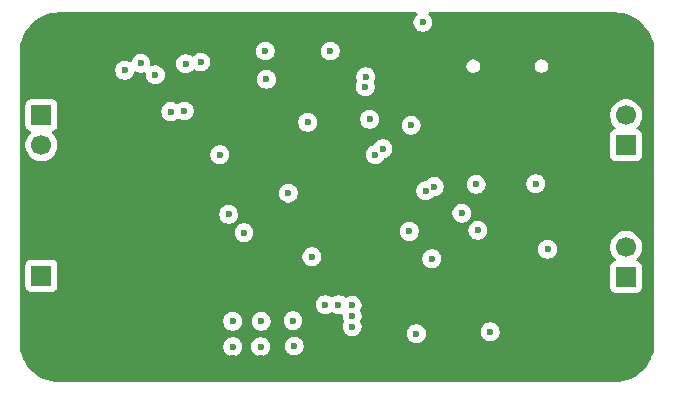
<source format=gbr>
%TF.GenerationSoftware,KiCad,Pcbnew,9.0.6-9.0.6~ubuntu24.04.1*%
%TF.CreationDate,2025-12-01T15:53:01+03:00*%
%TF.ProjectId,canfilter_g4,63616e66-696c-4746-9572-5f67342e6b69,rev?*%
%TF.SameCoordinates,Original*%
%TF.FileFunction,Copper,L2,Inr*%
%TF.FilePolarity,Positive*%
%FSLAX46Y46*%
G04 Gerber Fmt 4.6, Leading zero omitted, Abs format (unit mm)*
G04 Created by KiCad (PCBNEW 9.0.6-9.0.6~ubuntu24.04.1) date 2025-12-01 15:53:01*
%MOMM*%
%LPD*%
G01*
G04 APERTURE LIST*
%TA.AperFunction,ComponentPad*%
%ADD10C,0.800000*%
%TD*%
%TA.AperFunction,ComponentPad*%
%ADD11C,6.400000*%
%TD*%
%TA.AperFunction,ComponentPad*%
%ADD12R,1.700000X1.700000*%
%TD*%
%TA.AperFunction,HeatsinkPad*%
%ADD13O,1.000000X2.100000*%
%TD*%
%TA.AperFunction,HeatsinkPad*%
%ADD14O,1.000000X1.600000*%
%TD*%
%TA.AperFunction,ComponentPad*%
%ADD15C,1.700000*%
%TD*%
%TA.AperFunction,ViaPad*%
%ADD16C,0.600000*%
%TD*%
G04 APERTURE END LIST*
D10*
%TO.N,GND*%
%TO.C,H104*%
X168600000Y-109500000D03*
X169302944Y-107802944D03*
X169302944Y-111197056D03*
X171000000Y-107100000D03*
D11*
X171000000Y-109500000D03*
D10*
X171000000Y-111900000D03*
X172697056Y-107802944D03*
X172697056Y-111197056D03*
X173400000Y-109500000D03*
%TD*%
%TO.N,GND*%
%TO.C,H101*%
X121600000Y-85000000D03*
X122302944Y-83302944D03*
X122302944Y-86697056D03*
X124000000Y-82600000D03*
D11*
X124000000Y-85000000D03*
D10*
X124000000Y-87400000D03*
X125697056Y-83302944D03*
X125697056Y-86697056D03*
X126400000Y-85000000D03*
%TD*%
%TO.N,GND*%
%TO.C,H103*%
X168600000Y-85000000D03*
X169302944Y-83302944D03*
X169302944Y-86697056D03*
X171000000Y-82600000D03*
D11*
X171000000Y-85000000D03*
D10*
X171000000Y-87400000D03*
X172697056Y-83302944D03*
X172697056Y-86697056D03*
X173400000Y-85000000D03*
%TD*%
D12*
%TO.N,GND*%
%TO.C,J105*%
X122500000Y-100400000D03*
%TD*%
D13*
%TO.N,GND*%
%TO.C,J601*%
X166270000Y-86755000D03*
D14*
X166270000Y-82575000D03*
D13*
X157630000Y-86755000D03*
D14*
X157630000Y-82575000D03*
%TD*%
D12*
%TO.N,/CAN2_L*%
%TO.C,J102*%
X172000000Y-104100000D03*
D15*
%TO.N,/CAN2_H*%
X172000000Y-101560000D03*
%TD*%
D12*
%TO.N,/CAN1_L*%
%TO.C,J101*%
X122500000Y-90400000D03*
D15*
%TO.N,/CAN1_H*%
X122500000Y-92940000D03*
%TD*%
D12*
%TO.N,/VIN*%
%TO.C,J104*%
X122500000Y-104000000D03*
%TD*%
D10*
%TO.N,GND*%
%TO.C,H102*%
X121600000Y-109500000D03*
X122302944Y-107802944D03*
X122302944Y-111197056D03*
X124000000Y-107100000D03*
D11*
X124000000Y-109500000D03*
D10*
X124000000Y-111900000D03*
X125697056Y-107802944D03*
X125697056Y-111197056D03*
X126400000Y-109500000D03*
%TD*%
D12*
%TO.N,/CAN3_L*%
%TO.C,J103*%
X172000000Y-92950000D03*
D15*
%TO.N,/CAN3_H*%
X172000000Y-90410000D03*
%TD*%
D16*
%TO.N,GND*%
X163500000Y-111850000D03*
X135950000Y-90000000D03*
X138750000Y-89150000D03*
X155000000Y-93800000D03*
X162950000Y-82750000D03*
X133050000Y-100000000D03*
X147350000Y-95200000D03*
X133750000Y-108600000D03*
X161950000Y-89000000D03*
X146750000Y-105350000D03*
X139350000Y-98450000D03*
X140150000Y-102600000D03*
X148800000Y-105300000D03*
X141350000Y-103750000D03*
X166600000Y-93250000D03*
X138150000Y-96050000D03*
X142400000Y-91400000D03*
X132150000Y-101350000D03*
X172900000Y-98300000D03*
X130850000Y-101350000D03*
X139850000Y-83750000D03*
X133400000Y-82700000D03*
X159550000Y-82750000D03*
X126300000Y-91900000D03*
X164200000Y-93850000D03*
X131250000Y-111750000D03*
X128250000Y-88800000D03*
X161900000Y-101800000D03*
X129350000Y-90300000D03*
X125600000Y-96900000D03*
X152750000Y-111650000D03*
X133700000Y-95450000D03*
X143200000Y-94400000D03*
X133700000Y-94450000D03*
X166450000Y-88750000D03*
X132400000Y-95500000D03*
X156900000Y-111650000D03*
X142500000Y-111400000D03*
X137250000Y-103600000D03*
X156400000Y-101000000D03*
X135300000Y-103750000D03*
X165900000Y-111850000D03*
X132400000Y-94500000D03*
X136000000Y-108550000D03*
X155500000Y-111650000D03*
X156600000Y-92200000D03*
X144950000Y-83800000D03*
X152750000Y-90100000D03*
X147450000Y-97000000D03*
X151800000Y-99200000D03*
X132700000Y-108600000D03*
X157950000Y-97150000D03*
X135450000Y-98800000D03*
X163450000Y-97600000D03*
X158150000Y-111650000D03*
X164200000Y-91850000D03*
X128000000Y-96950000D03*
X149800000Y-99200000D03*
X165350000Y-88450000D03*
X126750000Y-96900000D03*
X168150000Y-104300000D03*
X138700000Y-111000000D03*
X172900000Y-96250000D03*
X143200000Y-93450000D03*
X131500000Y-101350000D03*
X128750000Y-111250000D03*
X158750000Y-88650000D03*
X134800000Y-108600000D03*
X164600000Y-82750000D03*
X143550000Y-100700000D03*
X150650000Y-104900000D03*
X142500000Y-112200000D03*
X157400000Y-88800000D03*
X128800000Y-109050000D03*
X147300000Y-93200000D03*
X143000000Y-105350000D03*
X154050000Y-111650000D03*
X129600000Y-111750000D03*
X150450000Y-83800000D03*
X141100000Y-111000000D03*
X137600000Y-89150000D03*
X161250000Y-82750000D03*
X128800000Y-109700000D03*
X128800000Y-110500000D03*
X130400000Y-111750000D03*
%TO.N,/5V*%
X141050000Y-110000000D03*
X146950000Y-84975000D03*
X141450000Y-84975000D03*
X141100000Y-107850000D03*
X143800000Y-107800000D03*
X158100000Y-98700000D03*
X138700000Y-107850000D03*
X143900000Y-109950000D03*
X138700000Y-110000000D03*
X154800000Y-82550000D03*
X137600000Y-93750000D03*
X154250000Y-108900000D03*
X138349000Y-98800000D03*
X129550000Y-86600000D03*
%TO.N,/3V3*%
X148800000Y-107400000D03*
X145050000Y-91000000D03*
X165350000Y-101750000D03*
X145400000Y-102400000D03*
X132150000Y-87000000D03*
X148800000Y-108300000D03*
X153650000Y-100250000D03*
X148800000Y-106500000D03*
X155550000Y-102550000D03*
X141550000Y-87375000D03*
X139650000Y-100350000D03*
X147650000Y-106450000D03*
X153800000Y-91250000D03*
X146550000Y-106450000D03*
X160500000Y-108750000D03*
%TO.N,/RST*%
X143400000Y-97000000D03*
X130925813Y-86009437D03*
%TO.N,/UART1_TX*%
X155034456Y-96807772D03*
X136000000Y-85900000D03*
%TO.N,/UART1_RX*%
X134700000Y-86050000D03*
X155750000Y-96450000D03*
%TO.N,/SWD_CLK*%
X134600000Y-90050000D03*
X149925000Y-88000000D03*
%TO.N,/SWD_IO*%
X133450000Y-90100000D03*
X149950000Y-87150000D03*
%TO.N,/CAN3_RX*%
X159450000Y-100150000D03*
X150775303Y-93749758D03*
%TO.N,/CAN3_S*%
X150300000Y-90750000D03*
X164350000Y-96200000D03*
%TO.N,/CAN3_TX*%
X159300000Y-96250000D03*
X151400000Y-93250000D03*
%TD*%
%TA.AperFunction,Conductor*%
%TO.N,GND*%
G36*
X154288770Y-81720185D02*
G01*
X154334525Y-81772989D01*
X154344469Y-81842147D01*
X154315444Y-81905703D01*
X154294373Y-81924292D01*
X154294419Y-81924347D01*
X154292880Y-81925609D01*
X154290621Y-81927603D01*
X154289708Y-81928212D01*
X154178213Y-82039707D01*
X154178210Y-82039711D01*
X154090609Y-82170814D01*
X154090602Y-82170827D01*
X154030264Y-82316498D01*
X154030261Y-82316510D01*
X153999500Y-82471153D01*
X153999500Y-82628846D01*
X154030261Y-82783489D01*
X154030264Y-82783501D01*
X154090602Y-82929172D01*
X154090609Y-82929185D01*
X154178210Y-83060288D01*
X154178213Y-83060292D01*
X154289707Y-83171786D01*
X154289711Y-83171789D01*
X154420814Y-83259390D01*
X154420827Y-83259397D01*
X154496799Y-83290865D01*
X154566503Y-83319737D01*
X154721153Y-83350499D01*
X154721156Y-83350500D01*
X154721158Y-83350500D01*
X154878844Y-83350500D01*
X154878845Y-83350499D01*
X155033497Y-83319737D01*
X155179179Y-83259394D01*
X155310289Y-83171789D01*
X155421789Y-83060289D01*
X155509394Y-82929179D01*
X155569737Y-82783497D01*
X155600500Y-82628842D01*
X155600500Y-82471158D01*
X155600500Y-82471155D01*
X155600499Y-82471153D01*
X155574450Y-82340198D01*
X155569737Y-82316503D01*
X155549534Y-82267728D01*
X155509397Y-82170827D01*
X155509390Y-82170814D01*
X155421789Y-82039711D01*
X155421786Y-82039707D01*
X155310291Y-81928212D01*
X155309379Y-81927603D01*
X155309008Y-81927160D01*
X155305581Y-81924347D01*
X155306114Y-81923696D01*
X155264573Y-81873990D01*
X155255866Y-81804666D01*
X155286020Y-81741638D01*
X155345463Y-81704918D01*
X155378269Y-81700500D01*
X170984108Y-81700500D01*
X171046754Y-81700500D01*
X171053243Y-81700669D01*
X171393631Y-81718509D01*
X171406539Y-81719866D01*
X171739993Y-81772680D01*
X171752657Y-81775371D01*
X172078782Y-81862756D01*
X172091114Y-81866763D01*
X172406300Y-81987751D01*
X172418142Y-81993023D01*
X172718976Y-82146306D01*
X172730191Y-82152782D01*
X172982300Y-82316503D01*
X173013333Y-82336656D01*
X173023834Y-82344285D01*
X173286206Y-82556749D01*
X173295851Y-82565434D01*
X173534565Y-82804148D01*
X173543250Y-82813793D01*
X173755714Y-83076165D01*
X173763343Y-83086666D01*
X173947214Y-83369802D01*
X173953700Y-83381035D01*
X174106971Y-83681846D01*
X174112250Y-83693704D01*
X174233235Y-84008882D01*
X174237246Y-84021226D01*
X174324624Y-84347326D01*
X174327322Y-84360021D01*
X174380133Y-84693460D01*
X174381490Y-84706368D01*
X174399330Y-85046756D01*
X174399500Y-85053246D01*
X174399500Y-109646753D01*
X174399330Y-109653243D01*
X174381490Y-109993631D01*
X174380133Y-110006539D01*
X174327322Y-110339978D01*
X174324624Y-110352673D01*
X174237246Y-110678773D01*
X174233235Y-110691117D01*
X174112250Y-111006295D01*
X174106971Y-111018153D01*
X173953700Y-111318964D01*
X173947210Y-111330204D01*
X173763343Y-111613333D01*
X173755714Y-111623834D01*
X173543250Y-111886206D01*
X173534565Y-111895851D01*
X173295851Y-112134565D01*
X173286206Y-112143250D01*
X173023834Y-112355714D01*
X173013333Y-112363343D01*
X172730204Y-112547210D01*
X172718964Y-112553700D01*
X172418153Y-112706971D01*
X172406295Y-112712250D01*
X172091117Y-112833235D01*
X172078773Y-112837246D01*
X171752673Y-112924624D01*
X171739978Y-112927322D01*
X171406539Y-112980133D01*
X171393631Y-112981490D01*
X171053244Y-112999330D01*
X171046754Y-112999500D01*
X124003246Y-112999500D01*
X123996756Y-112999330D01*
X123656368Y-112981490D01*
X123643460Y-112980133D01*
X123310021Y-112927322D01*
X123297326Y-112924624D01*
X122971226Y-112837246D01*
X122958882Y-112833235D01*
X122643704Y-112712250D01*
X122631846Y-112706971D01*
X122331029Y-112553696D01*
X122319802Y-112547214D01*
X122036666Y-112363343D01*
X122026165Y-112355714D01*
X121763793Y-112143250D01*
X121754148Y-112134565D01*
X121515434Y-111895851D01*
X121506749Y-111886206D01*
X121294285Y-111623834D01*
X121286656Y-111613333D01*
X121154048Y-111409135D01*
X121102782Y-111330191D01*
X121096306Y-111318976D01*
X120943023Y-111018142D01*
X120937749Y-111006295D01*
X120846942Y-110769735D01*
X120816763Y-110691114D01*
X120812756Y-110678782D01*
X120725371Y-110352657D01*
X120722680Y-110339993D01*
X120669866Y-110006539D01*
X120668509Y-109993630D01*
X120664732Y-109921555D01*
X120664711Y-109921153D01*
X137899500Y-109921153D01*
X137899500Y-110078846D01*
X137930261Y-110233489D01*
X137930264Y-110233501D01*
X137990602Y-110379172D01*
X137990609Y-110379185D01*
X138078210Y-110510288D01*
X138078213Y-110510292D01*
X138189707Y-110621786D01*
X138189711Y-110621789D01*
X138320814Y-110709390D01*
X138320827Y-110709397D01*
X138420060Y-110750500D01*
X138466503Y-110769737D01*
X138621153Y-110800499D01*
X138621156Y-110800500D01*
X138621158Y-110800500D01*
X138778844Y-110800500D01*
X138778845Y-110800499D01*
X138933497Y-110769737D01*
X139079179Y-110709394D01*
X139210289Y-110621789D01*
X139321789Y-110510289D01*
X139409394Y-110379179D01*
X139469737Y-110233497D01*
X139500500Y-110078842D01*
X139500500Y-109921158D01*
X139500500Y-109921155D01*
X139500499Y-109921153D01*
X140249500Y-109921153D01*
X140249500Y-110078846D01*
X140280261Y-110233489D01*
X140280264Y-110233501D01*
X140340602Y-110379172D01*
X140340609Y-110379185D01*
X140428210Y-110510288D01*
X140428213Y-110510292D01*
X140539707Y-110621786D01*
X140539711Y-110621789D01*
X140670814Y-110709390D01*
X140670827Y-110709397D01*
X140770060Y-110750500D01*
X140816503Y-110769737D01*
X140971153Y-110800499D01*
X140971156Y-110800500D01*
X140971158Y-110800500D01*
X141128844Y-110800500D01*
X141128845Y-110800499D01*
X141283497Y-110769737D01*
X141429179Y-110709394D01*
X141560289Y-110621789D01*
X141671789Y-110510289D01*
X141759394Y-110379179D01*
X141819737Y-110233497D01*
X141850500Y-110078842D01*
X141850500Y-109921158D01*
X141850500Y-109921155D01*
X141844155Y-109889258D01*
X141844155Y-109889257D01*
X141840554Y-109871153D01*
X143099500Y-109871153D01*
X143099500Y-110028846D01*
X143130261Y-110183489D01*
X143130264Y-110183501D01*
X143190602Y-110329172D01*
X143190609Y-110329185D01*
X143278210Y-110460288D01*
X143278213Y-110460292D01*
X143389707Y-110571786D01*
X143389711Y-110571789D01*
X143520814Y-110659390D01*
X143520827Y-110659397D01*
X143666498Y-110719735D01*
X143666503Y-110719737D01*
X143821153Y-110750499D01*
X143821156Y-110750500D01*
X143821158Y-110750500D01*
X143978844Y-110750500D01*
X143978845Y-110750499D01*
X144133497Y-110719737D01*
X144279179Y-110659394D01*
X144410289Y-110571789D01*
X144521789Y-110460289D01*
X144609394Y-110329179D01*
X144669737Y-110183497D01*
X144700500Y-110028842D01*
X144700500Y-109871158D01*
X144700500Y-109871155D01*
X144700499Y-109871153D01*
X144679684Y-109766510D01*
X144669737Y-109716503D01*
X144669735Y-109716498D01*
X144609397Y-109570827D01*
X144609390Y-109570814D01*
X144521789Y-109439711D01*
X144521786Y-109439707D01*
X144410292Y-109328213D01*
X144410288Y-109328210D01*
X144279185Y-109240609D01*
X144279172Y-109240602D01*
X144133501Y-109180264D01*
X144133489Y-109180261D01*
X143978845Y-109149500D01*
X143978842Y-109149500D01*
X143821158Y-109149500D01*
X143821155Y-109149500D01*
X143666510Y-109180261D01*
X143666498Y-109180264D01*
X143520827Y-109240602D01*
X143520814Y-109240609D01*
X143389711Y-109328210D01*
X143389707Y-109328213D01*
X143278213Y-109439707D01*
X143278210Y-109439711D01*
X143190609Y-109570814D01*
X143190602Y-109570827D01*
X143130264Y-109716498D01*
X143130261Y-109716510D01*
X143099500Y-109871153D01*
X141840554Y-109871153D01*
X141819738Y-109766510D01*
X141819737Y-109766503D01*
X141819735Y-109766498D01*
X141759397Y-109620827D01*
X141759390Y-109620814D01*
X141671789Y-109489711D01*
X141671786Y-109489707D01*
X141560292Y-109378213D01*
X141560288Y-109378210D01*
X141429185Y-109290609D01*
X141429172Y-109290602D01*
X141283501Y-109230264D01*
X141283489Y-109230261D01*
X141128845Y-109199500D01*
X141128842Y-109199500D01*
X140971158Y-109199500D01*
X140971155Y-109199500D01*
X140816510Y-109230261D01*
X140816498Y-109230264D01*
X140670827Y-109290602D01*
X140670814Y-109290609D01*
X140539711Y-109378210D01*
X140539707Y-109378213D01*
X140428213Y-109489707D01*
X140428210Y-109489711D01*
X140340609Y-109620814D01*
X140340602Y-109620827D01*
X140280264Y-109766498D01*
X140280261Y-109766510D01*
X140249500Y-109921153D01*
X139500499Y-109921153D01*
X139490553Y-109871153D01*
X139469737Y-109766503D01*
X139469735Y-109766498D01*
X139409397Y-109620827D01*
X139409390Y-109620814D01*
X139321789Y-109489711D01*
X139321786Y-109489707D01*
X139210292Y-109378213D01*
X139210288Y-109378210D01*
X139079185Y-109290609D01*
X139079172Y-109290602D01*
X138933501Y-109230264D01*
X138933489Y-109230261D01*
X138778845Y-109199500D01*
X138778842Y-109199500D01*
X138621158Y-109199500D01*
X138621155Y-109199500D01*
X138466510Y-109230261D01*
X138466498Y-109230264D01*
X138320827Y-109290602D01*
X138320814Y-109290609D01*
X138189711Y-109378210D01*
X138189707Y-109378213D01*
X138078213Y-109489707D01*
X138078210Y-109489711D01*
X137990609Y-109620814D01*
X137990602Y-109620827D01*
X137930264Y-109766498D01*
X137930261Y-109766510D01*
X137899500Y-109921153D01*
X120664711Y-109921153D01*
X120650670Y-109653243D01*
X120650500Y-109646753D01*
X120650500Y-107771153D01*
X137899500Y-107771153D01*
X137899500Y-107928846D01*
X137930261Y-108083489D01*
X137930264Y-108083501D01*
X137990602Y-108229172D01*
X137990609Y-108229185D01*
X138078210Y-108360288D01*
X138078213Y-108360292D01*
X138189707Y-108471786D01*
X138189711Y-108471789D01*
X138320814Y-108559390D01*
X138320827Y-108559397D01*
X138420060Y-108600500D01*
X138466503Y-108619737D01*
X138621153Y-108650499D01*
X138621156Y-108650500D01*
X138621158Y-108650500D01*
X138778844Y-108650500D01*
X138778845Y-108650499D01*
X138933497Y-108619737D01*
X139079179Y-108559394D01*
X139210289Y-108471789D01*
X139321789Y-108360289D01*
X139409394Y-108229179D01*
X139412719Y-108221153D01*
X139430102Y-108179185D01*
X139469737Y-108083497D01*
X139500500Y-107928842D01*
X139500500Y-107771158D01*
X139500500Y-107771155D01*
X139500499Y-107771153D01*
X140299500Y-107771153D01*
X140299500Y-107928846D01*
X140330261Y-108083489D01*
X140330264Y-108083501D01*
X140390602Y-108229172D01*
X140390609Y-108229185D01*
X140478210Y-108360288D01*
X140478213Y-108360292D01*
X140589707Y-108471786D01*
X140589711Y-108471789D01*
X140720814Y-108559390D01*
X140720827Y-108559397D01*
X140820060Y-108600500D01*
X140866503Y-108619737D01*
X141021153Y-108650499D01*
X141021156Y-108650500D01*
X141021158Y-108650500D01*
X141178844Y-108650500D01*
X141178845Y-108650499D01*
X141333497Y-108619737D01*
X141479179Y-108559394D01*
X141610289Y-108471789D01*
X141721789Y-108360289D01*
X141809394Y-108229179D01*
X141812719Y-108221153D01*
X141830102Y-108179185D01*
X141869737Y-108083497D01*
X141900500Y-107928842D01*
X141900500Y-107771158D01*
X141900500Y-107771155D01*
X141894155Y-107739258D01*
X141894155Y-107739257D01*
X141890554Y-107721153D01*
X142999500Y-107721153D01*
X142999500Y-107878846D01*
X143030261Y-108033489D01*
X143030264Y-108033501D01*
X143090602Y-108179172D01*
X143090609Y-108179185D01*
X143178210Y-108310288D01*
X143178213Y-108310292D01*
X143289707Y-108421786D01*
X143289711Y-108421789D01*
X143420814Y-108509390D01*
X143420827Y-108509397D01*
X143566498Y-108569735D01*
X143566503Y-108569737D01*
X143721153Y-108600499D01*
X143721156Y-108600500D01*
X143721158Y-108600500D01*
X143878844Y-108600500D01*
X143878845Y-108600499D01*
X144033497Y-108569737D01*
X144151592Y-108520821D01*
X144179172Y-108509397D01*
X144179172Y-108509396D01*
X144179179Y-108509394D01*
X144310289Y-108421789D01*
X144421789Y-108310289D01*
X144509394Y-108179179D01*
X144569737Y-108033497D01*
X144600500Y-107878842D01*
X144600500Y-107721158D01*
X144600500Y-107721155D01*
X144600499Y-107721153D01*
X144579684Y-107616510D01*
X144569737Y-107566503D01*
X144530102Y-107470814D01*
X144509397Y-107420827D01*
X144509390Y-107420814D01*
X144421789Y-107289711D01*
X144421786Y-107289707D01*
X144310292Y-107178213D01*
X144310288Y-107178210D01*
X144179185Y-107090609D01*
X144179172Y-107090602D01*
X144033501Y-107030264D01*
X144033489Y-107030261D01*
X143878845Y-106999500D01*
X143878842Y-106999500D01*
X143721158Y-106999500D01*
X143721155Y-106999500D01*
X143566510Y-107030261D01*
X143566498Y-107030264D01*
X143420827Y-107090602D01*
X143420814Y-107090609D01*
X143289711Y-107178210D01*
X143289707Y-107178213D01*
X143178213Y-107289707D01*
X143178210Y-107289711D01*
X143090609Y-107420814D01*
X143090602Y-107420827D01*
X143030264Y-107566498D01*
X143030261Y-107566510D01*
X142999500Y-107721153D01*
X141890554Y-107721153D01*
X141873117Y-107633497D01*
X141869737Y-107616503D01*
X141869735Y-107616498D01*
X141809397Y-107470827D01*
X141809390Y-107470814D01*
X141721789Y-107339711D01*
X141721786Y-107339707D01*
X141610292Y-107228213D01*
X141610288Y-107228210D01*
X141479185Y-107140609D01*
X141479172Y-107140602D01*
X141333501Y-107080264D01*
X141333489Y-107080261D01*
X141178845Y-107049500D01*
X141178842Y-107049500D01*
X141021158Y-107049500D01*
X141021155Y-107049500D01*
X140866510Y-107080261D01*
X140866498Y-107080264D01*
X140720827Y-107140602D01*
X140720814Y-107140609D01*
X140589711Y-107228210D01*
X140589707Y-107228213D01*
X140478213Y-107339707D01*
X140478210Y-107339711D01*
X140390609Y-107470814D01*
X140390602Y-107470827D01*
X140330264Y-107616498D01*
X140330261Y-107616510D01*
X140299500Y-107771153D01*
X139500499Y-107771153D01*
X139473117Y-107633497D01*
X139469737Y-107616503D01*
X139469735Y-107616498D01*
X139409397Y-107470827D01*
X139409390Y-107470814D01*
X139321789Y-107339711D01*
X139321786Y-107339707D01*
X139210292Y-107228213D01*
X139210288Y-107228210D01*
X139079185Y-107140609D01*
X139079172Y-107140602D01*
X138933501Y-107080264D01*
X138933489Y-107080261D01*
X138778845Y-107049500D01*
X138778842Y-107049500D01*
X138621158Y-107049500D01*
X138621155Y-107049500D01*
X138466510Y-107080261D01*
X138466498Y-107080264D01*
X138320827Y-107140602D01*
X138320814Y-107140609D01*
X138189711Y-107228210D01*
X138189707Y-107228213D01*
X138078213Y-107339707D01*
X138078210Y-107339711D01*
X137990609Y-107470814D01*
X137990602Y-107470827D01*
X137930264Y-107616498D01*
X137930261Y-107616510D01*
X137899500Y-107771153D01*
X120650500Y-107771153D01*
X120650500Y-106371153D01*
X145749500Y-106371153D01*
X145749500Y-106528846D01*
X145780261Y-106683489D01*
X145780264Y-106683501D01*
X145840602Y-106829172D01*
X145840609Y-106829185D01*
X145928210Y-106960288D01*
X145928213Y-106960292D01*
X146039707Y-107071786D01*
X146039711Y-107071789D01*
X146170814Y-107159390D01*
X146170827Y-107159397D01*
X146216254Y-107178213D01*
X146316503Y-107219737D01*
X146471153Y-107250499D01*
X146471156Y-107250500D01*
X146471158Y-107250500D01*
X146628844Y-107250500D01*
X146628845Y-107250499D01*
X146783497Y-107219737D01*
X146929179Y-107159394D01*
X147031111Y-107091284D01*
X147097786Y-107070408D01*
X147165166Y-107088892D01*
X147168847Y-107091257D01*
X147270821Y-107159394D01*
X147270823Y-107159395D01*
X147270827Y-107159397D01*
X147316254Y-107178213D01*
X147416503Y-107219737D01*
X147571153Y-107250499D01*
X147571156Y-107250500D01*
X147571158Y-107250500D01*
X147728844Y-107250500D01*
X147851308Y-107226140D01*
X147920900Y-107232367D01*
X147976077Y-107275230D01*
X147999322Y-107341120D01*
X147999500Y-107347757D01*
X147999500Y-107478846D01*
X148030261Y-107633489D01*
X148030264Y-107633501D01*
X148090604Y-107779177D01*
X148090605Y-107779179D01*
X148091899Y-107781115D01*
X148092264Y-107782282D01*
X148093476Y-107784549D01*
X148093045Y-107784778D01*
X148112773Y-107847794D01*
X148094285Y-107915173D01*
X148091899Y-107918885D01*
X148090605Y-107920820D01*
X148090604Y-107920822D01*
X148030264Y-108066498D01*
X148030261Y-108066510D01*
X147999500Y-108221153D01*
X147999500Y-108378846D01*
X148030261Y-108533489D01*
X148030264Y-108533501D01*
X148090602Y-108679172D01*
X148090609Y-108679185D01*
X148178210Y-108810288D01*
X148178213Y-108810292D01*
X148289707Y-108921786D01*
X148289711Y-108921789D01*
X148420814Y-109009390D01*
X148420827Y-109009397D01*
X148566498Y-109069735D01*
X148566503Y-109069737D01*
X148721153Y-109100499D01*
X148721156Y-109100500D01*
X148721158Y-109100500D01*
X148878844Y-109100500D01*
X148878845Y-109100499D01*
X149033497Y-109069737D01*
X149179179Y-109009394D01*
X149310289Y-108921789D01*
X149410925Y-108821153D01*
X153449500Y-108821153D01*
X153449500Y-108978846D01*
X153480261Y-109133489D01*
X153480264Y-109133501D01*
X153540602Y-109279172D01*
X153540609Y-109279185D01*
X153628210Y-109410288D01*
X153628213Y-109410292D01*
X153739707Y-109521786D01*
X153739711Y-109521789D01*
X153870814Y-109609390D01*
X153870827Y-109609397D01*
X154016498Y-109669735D01*
X154016503Y-109669737D01*
X154171153Y-109700499D01*
X154171156Y-109700500D01*
X154171158Y-109700500D01*
X154328844Y-109700500D01*
X154328845Y-109700499D01*
X154483497Y-109669737D01*
X154601592Y-109620821D01*
X154629172Y-109609397D01*
X154629172Y-109609396D01*
X154629179Y-109609394D01*
X154760289Y-109521789D01*
X154871789Y-109410289D01*
X154959394Y-109279179D01*
X155019737Y-109133497D01*
X155050500Y-108978842D01*
X155050500Y-108821158D01*
X155050500Y-108821155D01*
X155050499Y-108821153D01*
X155024264Y-108689257D01*
X155020662Y-108671153D01*
X159699500Y-108671153D01*
X159699500Y-108828846D01*
X159730261Y-108983489D01*
X159730264Y-108983501D01*
X159790602Y-109129172D01*
X159790609Y-109129185D01*
X159878210Y-109260288D01*
X159878213Y-109260292D01*
X159989707Y-109371786D01*
X159989711Y-109371789D01*
X160120814Y-109459390D01*
X160120827Y-109459397D01*
X160194013Y-109489711D01*
X160266503Y-109519737D01*
X160421153Y-109550499D01*
X160421156Y-109550500D01*
X160421158Y-109550500D01*
X160578844Y-109550500D01*
X160578845Y-109550499D01*
X160733497Y-109519737D01*
X160879179Y-109459394D01*
X161010289Y-109371789D01*
X161121789Y-109260289D01*
X161209394Y-109129179D01*
X161269737Y-108983497D01*
X161300500Y-108828842D01*
X161300500Y-108671158D01*
X161300500Y-108671155D01*
X161300499Y-108671153D01*
X161280326Y-108569737D01*
X161269737Y-108516503D01*
X161251215Y-108471786D01*
X161209397Y-108370827D01*
X161209390Y-108370814D01*
X161121789Y-108239711D01*
X161121786Y-108239707D01*
X161010292Y-108128213D01*
X161010288Y-108128210D01*
X160879185Y-108040609D01*
X160879172Y-108040602D01*
X160733501Y-107980264D01*
X160733489Y-107980261D01*
X160578845Y-107949500D01*
X160578842Y-107949500D01*
X160421158Y-107949500D01*
X160421155Y-107949500D01*
X160266510Y-107980261D01*
X160266498Y-107980264D01*
X160120827Y-108040602D01*
X160120814Y-108040609D01*
X159989711Y-108128210D01*
X159989707Y-108128213D01*
X159878213Y-108239707D01*
X159878210Y-108239711D01*
X159790609Y-108370814D01*
X159790602Y-108370827D01*
X159730264Y-108516498D01*
X159730261Y-108516510D01*
X159699500Y-108671153D01*
X155020662Y-108671153D01*
X155019738Y-108666507D01*
X155019735Y-108666498D01*
X154959397Y-108520827D01*
X154959390Y-108520814D01*
X154871789Y-108389711D01*
X154871786Y-108389707D01*
X154760292Y-108278213D01*
X154760288Y-108278210D01*
X154629185Y-108190609D01*
X154629172Y-108190602D01*
X154483501Y-108130264D01*
X154483489Y-108130261D01*
X154328845Y-108099500D01*
X154328842Y-108099500D01*
X154171158Y-108099500D01*
X154171155Y-108099500D01*
X154016510Y-108130261D01*
X154016498Y-108130264D01*
X153870827Y-108190602D01*
X153870814Y-108190609D01*
X153739711Y-108278210D01*
X153739707Y-108278213D01*
X153628213Y-108389707D01*
X153628210Y-108389711D01*
X153540609Y-108520814D01*
X153540602Y-108520827D01*
X153480264Y-108666498D01*
X153480261Y-108666510D01*
X153449500Y-108821153D01*
X149410925Y-108821153D01*
X149421789Y-108810289D01*
X149509394Y-108679179D01*
X149512719Y-108671153D01*
X149541984Y-108600499D01*
X149569737Y-108533497D01*
X149600500Y-108378842D01*
X149600500Y-108221158D01*
X149600500Y-108221155D01*
X149600499Y-108221153D01*
X149582012Y-108128213D01*
X149569737Y-108066503D01*
X149569735Y-108066498D01*
X149509397Y-107920827D01*
X149509394Y-107920822D01*
X149509394Y-107920821D01*
X149508103Y-107918889D01*
X149507737Y-107917723D01*
X149506525Y-107915454D01*
X149506955Y-107915223D01*
X149487226Y-107852214D01*
X149505710Y-107784834D01*
X149508100Y-107781115D01*
X149509394Y-107779179D01*
X149512719Y-107771153D01*
X149569735Y-107633501D01*
X149569737Y-107633497D01*
X149600500Y-107478842D01*
X149600500Y-107321158D01*
X149600500Y-107321155D01*
X149600499Y-107321153D01*
X149582012Y-107228213D01*
X149569737Y-107166503D01*
X149565251Y-107155672D01*
X149509397Y-107020827D01*
X149509395Y-107020824D01*
X149509394Y-107020821D01*
X149508103Y-107018889D01*
X149507737Y-107017723D01*
X149506525Y-107015454D01*
X149506955Y-107015223D01*
X149487226Y-106952214D01*
X149505710Y-106884834D01*
X149508077Y-106881149D01*
X149509394Y-106879179D01*
X149569737Y-106733497D01*
X149600500Y-106578842D01*
X149600500Y-106421158D01*
X149600500Y-106421155D01*
X149600499Y-106421153D01*
X149569738Y-106266510D01*
X149569737Y-106266503D01*
X149569735Y-106266498D01*
X149509397Y-106120827D01*
X149509390Y-106120814D01*
X149421789Y-105989711D01*
X149421786Y-105989707D01*
X149310292Y-105878213D01*
X149310288Y-105878210D01*
X149179185Y-105790609D01*
X149179172Y-105790602D01*
X149033501Y-105730264D01*
X149033489Y-105730261D01*
X148878845Y-105699500D01*
X148878842Y-105699500D01*
X148721158Y-105699500D01*
X148721155Y-105699500D01*
X148566510Y-105730261D01*
X148566498Y-105730264D01*
X148420827Y-105790602D01*
X148420814Y-105790609D01*
X148326715Y-105853485D01*
X148260037Y-105874363D01*
X148192657Y-105855878D01*
X148170143Y-105838064D01*
X148160292Y-105828213D01*
X148160288Y-105828210D01*
X148029185Y-105740609D01*
X148029172Y-105740602D01*
X147883501Y-105680264D01*
X147883489Y-105680261D01*
X147728845Y-105649500D01*
X147728842Y-105649500D01*
X147571158Y-105649500D01*
X147571155Y-105649500D01*
X147416510Y-105680261D01*
X147416498Y-105680264D01*
X147270827Y-105740602D01*
X147270814Y-105740609D01*
X147168891Y-105808713D01*
X147102213Y-105829591D01*
X147034833Y-105811107D01*
X147031109Y-105808713D01*
X146929185Y-105740609D01*
X146929172Y-105740602D01*
X146783501Y-105680264D01*
X146783489Y-105680261D01*
X146628845Y-105649500D01*
X146628842Y-105649500D01*
X146471158Y-105649500D01*
X146471155Y-105649500D01*
X146316510Y-105680261D01*
X146316498Y-105680264D01*
X146170827Y-105740602D01*
X146170814Y-105740609D01*
X146039711Y-105828210D01*
X146039707Y-105828213D01*
X145928213Y-105939707D01*
X145928210Y-105939711D01*
X145840609Y-106070814D01*
X145840602Y-106070827D01*
X145780264Y-106216498D01*
X145780261Y-106216510D01*
X145749500Y-106371153D01*
X120650500Y-106371153D01*
X120650500Y-103102135D01*
X121149500Y-103102135D01*
X121149500Y-104897870D01*
X121149501Y-104897876D01*
X121155908Y-104957483D01*
X121206202Y-105092328D01*
X121206206Y-105092335D01*
X121292452Y-105207544D01*
X121292455Y-105207547D01*
X121407664Y-105293793D01*
X121407671Y-105293797D01*
X121542517Y-105344091D01*
X121542516Y-105344091D01*
X121549444Y-105344835D01*
X121602127Y-105350500D01*
X123397872Y-105350499D01*
X123457483Y-105344091D01*
X123592331Y-105293796D01*
X123707546Y-105207546D01*
X123793796Y-105092331D01*
X123844091Y-104957483D01*
X123850500Y-104897873D01*
X123850499Y-103102128D01*
X123844091Y-103042517D01*
X123831094Y-103007671D01*
X123793797Y-102907671D01*
X123793793Y-102907664D01*
X123707547Y-102792455D01*
X123707544Y-102792452D01*
X123592335Y-102706206D01*
X123592328Y-102706202D01*
X123457482Y-102655908D01*
X123457483Y-102655908D01*
X123397883Y-102649501D01*
X123397881Y-102649500D01*
X123397873Y-102649500D01*
X123397864Y-102649500D01*
X121602129Y-102649500D01*
X121602123Y-102649501D01*
X121542516Y-102655908D01*
X121407671Y-102706202D01*
X121407664Y-102706206D01*
X121292455Y-102792452D01*
X121292452Y-102792455D01*
X121206206Y-102907664D01*
X121206202Y-102907671D01*
X121155908Y-103042517D01*
X121149501Y-103102116D01*
X121149501Y-103102123D01*
X121149500Y-103102135D01*
X120650500Y-103102135D01*
X120650500Y-102321153D01*
X144599500Y-102321153D01*
X144599500Y-102478846D01*
X144630261Y-102633489D01*
X144630264Y-102633501D01*
X144690602Y-102779172D01*
X144690609Y-102779185D01*
X144778210Y-102910288D01*
X144778213Y-102910292D01*
X144889707Y-103021786D01*
X144889711Y-103021789D01*
X145020814Y-103109390D01*
X145020827Y-103109397D01*
X145166498Y-103169735D01*
X145166503Y-103169737D01*
X145321153Y-103200499D01*
X145321156Y-103200500D01*
X145321158Y-103200500D01*
X145478844Y-103200500D01*
X145478845Y-103200499D01*
X145633497Y-103169737D01*
X145779179Y-103109394D01*
X145910289Y-103021789D01*
X146021789Y-102910289D01*
X146109394Y-102779179D01*
X146118503Y-102757189D01*
X146148677Y-102684341D01*
X146169737Y-102633497D01*
X146200500Y-102478842D01*
X146200500Y-102471153D01*
X154749500Y-102471153D01*
X154749500Y-102628846D01*
X154780261Y-102783489D01*
X154780264Y-102783501D01*
X154840602Y-102929172D01*
X154840609Y-102929185D01*
X154928210Y-103060288D01*
X154928213Y-103060292D01*
X155039707Y-103171786D01*
X155039711Y-103171789D01*
X155170814Y-103259390D01*
X155170827Y-103259397D01*
X155316498Y-103319735D01*
X155316503Y-103319737D01*
X155471153Y-103350499D01*
X155471156Y-103350500D01*
X155471158Y-103350500D01*
X155628844Y-103350500D01*
X155628845Y-103350499D01*
X155783497Y-103319737D01*
X155929179Y-103259394D01*
X156060289Y-103171789D01*
X156171789Y-103060289D01*
X156259394Y-102929179D01*
X156319737Y-102783497D01*
X156350500Y-102628842D01*
X156350500Y-102471158D01*
X156350500Y-102471155D01*
X156350499Y-102471153D01*
X156330734Y-102371789D01*
X156319737Y-102316503D01*
X156299572Y-102267820D01*
X156259397Y-102170827D01*
X156259390Y-102170814D01*
X156171789Y-102039711D01*
X156171786Y-102039707D01*
X156060292Y-101928213D01*
X156060288Y-101928210D01*
X155929185Y-101840609D01*
X155929172Y-101840602D01*
X155783501Y-101780264D01*
X155783489Y-101780261D01*
X155628845Y-101749500D01*
X155628842Y-101749500D01*
X155471158Y-101749500D01*
X155471155Y-101749500D01*
X155316510Y-101780261D01*
X155316498Y-101780264D01*
X155170827Y-101840602D01*
X155170814Y-101840609D01*
X155039711Y-101928210D01*
X155039707Y-101928213D01*
X154928213Y-102039707D01*
X154928210Y-102039711D01*
X154840609Y-102170814D01*
X154840602Y-102170827D01*
X154780264Y-102316498D01*
X154780261Y-102316510D01*
X154749500Y-102471153D01*
X146200500Y-102471153D01*
X146200500Y-102321158D01*
X146200500Y-102321155D01*
X146200499Y-102321153D01*
X146189890Y-102267820D01*
X146169737Y-102166503D01*
X146169735Y-102166498D01*
X146109397Y-102020827D01*
X146109390Y-102020814D01*
X146021789Y-101889711D01*
X146021786Y-101889707D01*
X145910292Y-101778213D01*
X145910288Y-101778210D01*
X145779185Y-101690609D01*
X145779172Y-101690602D01*
X145732217Y-101671153D01*
X164549500Y-101671153D01*
X164549500Y-101828846D01*
X164580261Y-101983489D01*
X164580264Y-101983501D01*
X164640602Y-102129172D01*
X164640609Y-102129185D01*
X164728210Y-102260288D01*
X164728213Y-102260292D01*
X164839707Y-102371786D01*
X164839711Y-102371789D01*
X164970814Y-102459390D01*
X164970827Y-102459397D01*
X165116498Y-102519735D01*
X165116503Y-102519737D01*
X165271153Y-102550499D01*
X165271156Y-102550500D01*
X165271158Y-102550500D01*
X165428844Y-102550500D01*
X165428845Y-102550499D01*
X165583497Y-102519737D01*
X165729179Y-102459394D01*
X165860289Y-102371789D01*
X165971789Y-102260289D01*
X166059394Y-102129179D01*
X166119737Y-101983497D01*
X166150500Y-101828842D01*
X166150500Y-101671158D01*
X166150500Y-101671155D01*
X166150499Y-101671153D01*
X166119738Y-101516510D01*
X166119737Y-101516503D01*
X166093729Y-101453713D01*
X170649500Y-101453713D01*
X170649500Y-101666287D01*
X170653351Y-101690602D01*
X170677109Y-101840606D01*
X170682754Y-101876243D01*
X170735868Y-102039711D01*
X170748444Y-102078414D01*
X170844951Y-102267820D01*
X170969890Y-102439786D01*
X171083430Y-102553326D01*
X171116915Y-102614649D01*
X171111931Y-102684341D01*
X171070059Y-102740274D01*
X171039083Y-102757189D01*
X170907669Y-102806203D01*
X170907664Y-102806206D01*
X170792455Y-102892452D01*
X170792452Y-102892455D01*
X170706206Y-103007664D01*
X170706202Y-103007671D01*
X170655908Y-103142517D01*
X170649675Y-103200499D01*
X170649501Y-103202123D01*
X170649500Y-103202135D01*
X170649500Y-104997870D01*
X170649501Y-104997876D01*
X170655908Y-105057483D01*
X170706202Y-105192328D01*
X170706206Y-105192335D01*
X170792452Y-105307544D01*
X170792455Y-105307547D01*
X170907664Y-105393793D01*
X170907671Y-105393797D01*
X171042517Y-105444091D01*
X171042516Y-105444091D01*
X171049444Y-105444835D01*
X171102127Y-105450500D01*
X172897872Y-105450499D01*
X172957483Y-105444091D01*
X173092331Y-105393796D01*
X173207546Y-105307546D01*
X173293796Y-105192331D01*
X173344091Y-105057483D01*
X173350500Y-104997873D01*
X173350499Y-103202128D01*
X173344091Y-103142517D01*
X173331735Y-103109390D01*
X173293797Y-103007671D01*
X173293793Y-103007664D01*
X173207547Y-102892455D01*
X173207544Y-102892452D01*
X173092335Y-102806206D01*
X173092328Y-102806202D01*
X172960917Y-102757189D01*
X172904983Y-102715318D01*
X172880566Y-102649853D01*
X172895418Y-102581580D01*
X172916563Y-102553332D01*
X173030104Y-102439792D01*
X173155051Y-102267816D01*
X173251557Y-102078412D01*
X173317246Y-101876243D01*
X173350500Y-101666287D01*
X173350500Y-101453713D01*
X173317246Y-101243757D01*
X173251557Y-101041588D01*
X173155051Y-100852184D01*
X173155049Y-100852181D01*
X173155048Y-100852179D01*
X173030109Y-100680213D01*
X172879786Y-100529890D01*
X172707820Y-100404951D01*
X172518414Y-100308444D01*
X172518413Y-100308443D01*
X172518412Y-100308443D01*
X172316243Y-100242754D01*
X172316241Y-100242753D01*
X172316240Y-100242753D01*
X172154957Y-100217208D01*
X172106287Y-100209500D01*
X171893713Y-100209500D01*
X171845042Y-100217208D01*
X171683760Y-100242753D01*
X171481585Y-100308444D01*
X171292179Y-100404951D01*
X171120213Y-100529890D01*
X170969890Y-100680213D01*
X170844951Y-100852179D01*
X170748444Y-101041585D01*
X170682753Y-101243760D01*
X170662630Y-101370814D01*
X170649500Y-101453713D01*
X166093729Y-101453713D01*
X166088848Y-101441930D01*
X166059397Y-101370827D01*
X166059390Y-101370814D01*
X165971789Y-101239711D01*
X165971786Y-101239707D01*
X165860292Y-101128213D01*
X165860288Y-101128210D01*
X165729185Y-101040609D01*
X165729172Y-101040602D01*
X165583501Y-100980264D01*
X165583489Y-100980261D01*
X165428845Y-100949500D01*
X165428842Y-100949500D01*
X165271158Y-100949500D01*
X165271155Y-100949500D01*
X165116510Y-100980261D01*
X165116498Y-100980264D01*
X164970827Y-101040602D01*
X164970814Y-101040609D01*
X164839711Y-101128210D01*
X164839707Y-101128213D01*
X164728213Y-101239707D01*
X164728210Y-101239711D01*
X164640609Y-101370814D01*
X164640602Y-101370827D01*
X164580264Y-101516498D01*
X164580261Y-101516510D01*
X164549500Y-101671153D01*
X145732217Y-101671153D01*
X145633501Y-101630264D01*
X145633489Y-101630261D01*
X145478845Y-101599500D01*
X145478842Y-101599500D01*
X145321158Y-101599500D01*
X145321155Y-101599500D01*
X145166510Y-101630261D01*
X145166498Y-101630264D01*
X145020827Y-101690602D01*
X145020814Y-101690609D01*
X144889711Y-101778210D01*
X144889707Y-101778213D01*
X144778213Y-101889707D01*
X144778210Y-101889711D01*
X144690609Y-102020814D01*
X144690602Y-102020827D01*
X144630264Y-102166498D01*
X144630261Y-102166510D01*
X144599500Y-102321153D01*
X120650500Y-102321153D01*
X120650500Y-100271153D01*
X138849500Y-100271153D01*
X138849500Y-100428846D01*
X138880261Y-100583489D01*
X138880264Y-100583501D01*
X138940602Y-100729172D01*
X138940609Y-100729185D01*
X139028210Y-100860288D01*
X139028213Y-100860292D01*
X139139707Y-100971786D01*
X139139711Y-100971789D01*
X139270814Y-101059390D01*
X139270827Y-101059397D01*
X139416498Y-101119735D01*
X139416503Y-101119737D01*
X139571153Y-101150499D01*
X139571156Y-101150500D01*
X139571158Y-101150500D01*
X139728844Y-101150500D01*
X139728845Y-101150499D01*
X139883497Y-101119737D01*
X140029179Y-101059394D01*
X140160289Y-100971789D01*
X140271789Y-100860289D01*
X140359394Y-100729179D01*
X140419737Y-100583497D01*
X140450500Y-100428842D01*
X140450500Y-100271158D01*
X140450500Y-100271155D01*
X140434209Y-100189258D01*
X140434209Y-100189257D01*
X140430608Y-100171153D01*
X152849500Y-100171153D01*
X152849500Y-100328846D01*
X152880261Y-100483489D01*
X152880264Y-100483501D01*
X152940602Y-100629172D01*
X152940609Y-100629185D01*
X153028210Y-100760288D01*
X153028213Y-100760292D01*
X153139707Y-100871786D01*
X153139711Y-100871789D01*
X153270814Y-100959390D01*
X153270827Y-100959397D01*
X153416498Y-101019735D01*
X153416503Y-101019737D01*
X153526340Y-101041585D01*
X153571153Y-101050499D01*
X153571156Y-101050500D01*
X153571158Y-101050500D01*
X153728844Y-101050500D01*
X153728845Y-101050499D01*
X153883497Y-101019737D01*
X154029179Y-100959394D01*
X154160289Y-100871789D01*
X154271789Y-100760289D01*
X154359394Y-100629179D01*
X154419737Y-100483497D01*
X154450500Y-100328842D01*
X154450500Y-100171158D01*
X154450500Y-100171155D01*
X154434209Y-100089258D01*
X154434209Y-100089257D01*
X154430608Y-100071153D01*
X158649500Y-100071153D01*
X158649500Y-100228846D01*
X158680261Y-100383489D01*
X158680264Y-100383501D01*
X158740602Y-100529172D01*
X158740609Y-100529185D01*
X158828210Y-100660288D01*
X158828213Y-100660292D01*
X158939707Y-100771786D01*
X158939711Y-100771789D01*
X159070814Y-100859390D01*
X159070827Y-100859397D01*
X159216498Y-100919735D01*
X159216503Y-100919737D01*
X159366131Y-100949500D01*
X159371153Y-100950499D01*
X159371156Y-100950500D01*
X159371158Y-100950500D01*
X159528844Y-100950500D01*
X159528845Y-100950499D01*
X159683497Y-100919737D01*
X159829179Y-100859394D01*
X159960289Y-100771789D01*
X160071789Y-100660289D01*
X160159394Y-100529179D01*
X160219737Y-100383497D01*
X160250500Y-100228842D01*
X160250500Y-100071158D01*
X160250500Y-100071155D01*
X160250499Y-100071153D01*
X160230543Y-99970827D01*
X160219737Y-99916503D01*
X160187929Y-99839711D01*
X160159397Y-99770827D01*
X160159390Y-99770814D01*
X160071789Y-99639711D01*
X160071786Y-99639707D01*
X159960292Y-99528213D01*
X159960288Y-99528210D01*
X159829185Y-99440609D01*
X159829172Y-99440602D01*
X159683501Y-99380264D01*
X159683489Y-99380261D01*
X159528845Y-99349500D01*
X159528842Y-99349500D01*
X159371158Y-99349500D01*
X159371155Y-99349500D01*
X159216510Y-99380261D01*
X159216498Y-99380264D01*
X159070827Y-99440602D01*
X159070814Y-99440609D01*
X158939711Y-99528210D01*
X158939707Y-99528213D01*
X158828213Y-99639707D01*
X158828210Y-99639711D01*
X158740609Y-99770814D01*
X158740602Y-99770827D01*
X158680264Y-99916498D01*
X158680261Y-99916510D01*
X158649500Y-100071153D01*
X154430608Y-100071153D01*
X154419738Y-100016510D01*
X154419737Y-100016503D01*
X154378314Y-99916498D01*
X154359397Y-99870827D01*
X154359390Y-99870814D01*
X154271789Y-99739711D01*
X154271786Y-99739707D01*
X154160292Y-99628213D01*
X154160288Y-99628210D01*
X154029185Y-99540609D01*
X154029172Y-99540602D01*
X153883501Y-99480264D01*
X153883489Y-99480261D01*
X153728845Y-99449500D01*
X153728842Y-99449500D01*
X153571158Y-99449500D01*
X153571155Y-99449500D01*
X153416510Y-99480261D01*
X153416498Y-99480264D01*
X153270827Y-99540602D01*
X153270814Y-99540609D01*
X153139711Y-99628210D01*
X153139707Y-99628213D01*
X153028213Y-99739707D01*
X153028210Y-99739711D01*
X152940609Y-99870814D01*
X152940602Y-99870827D01*
X152880264Y-100016498D01*
X152880261Y-100016510D01*
X152849500Y-100171153D01*
X140430608Y-100171153D01*
X140419738Y-100116510D01*
X140419737Y-100116503D01*
X140408452Y-100089258D01*
X140359397Y-99970827D01*
X140359390Y-99970814D01*
X140271789Y-99839711D01*
X140271786Y-99839707D01*
X140160292Y-99728213D01*
X140160288Y-99728210D01*
X140029185Y-99640609D01*
X140029172Y-99640602D01*
X139883501Y-99580264D01*
X139883489Y-99580261D01*
X139728845Y-99549500D01*
X139728842Y-99549500D01*
X139571158Y-99549500D01*
X139571155Y-99549500D01*
X139416510Y-99580261D01*
X139416498Y-99580264D01*
X139270827Y-99640602D01*
X139270814Y-99640609D01*
X139139711Y-99728210D01*
X139139707Y-99728213D01*
X139028213Y-99839707D01*
X139028210Y-99839711D01*
X138940609Y-99970814D01*
X138940602Y-99970827D01*
X138880264Y-100116498D01*
X138880261Y-100116510D01*
X138849500Y-100271153D01*
X120650500Y-100271153D01*
X120650500Y-98721153D01*
X137548500Y-98721153D01*
X137548500Y-98878846D01*
X137579261Y-99033489D01*
X137579264Y-99033501D01*
X137639602Y-99179172D01*
X137639609Y-99179185D01*
X137727210Y-99310288D01*
X137727213Y-99310292D01*
X137838707Y-99421786D01*
X137838711Y-99421789D01*
X137969814Y-99509390D01*
X137969827Y-99509397D01*
X138045181Y-99540609D01*
X138115503Y-99569737D01*
X138270153Y-99600499D01*
X138270156Y-99600500D01*
X138270158Y-99600500D01*
X138427844Y-99600500D01*
X138427845Y-99600499D01*
X138582497Y-99569737D01*
X138728179Y-99509394D01*
X138859289Y-99421789D01*
X138970789Y-99310289D01*
X139058394Y-99179179D01*
X139118737Y-99033497D01*
X139149500Y-98878842D01*
X139149500Y-98721158D01*
X139149500Y-98721155D01*
X139133209Y-98639258D01*
X139133209Y-98639257D01*
X139129608Y-98621153D01*
X157299500Y-98621153D01*
X157299500Y-98778846D01*
X157330261Y-98933489D01*
X157330264Y-98933501D01*
X157390602Y-99079172D01*
X157390609Y-99079185D01*
X157478210Y-99210288D01*
X157478213Y-99210292D01*
X157589707Y-99321786D01*
X157589711Y-99321789D01*
X157720814Y-99409390D01*
X157720827Y-99409397D01*
X157796181Y-99440609D01*
X157866503Y-99469737D01*
X158021153Y-99500499D01*
X158021156Y-99500500D01*
X158021158Y-99500500D01*
X158178844Y-99500500D01*
X158178845Y-99500499D01*
X158333497Y-99469737D01*
X158479179Y-99409394D01*
X158610289Y-99321789D01*
X158721789Y-99210289D01*
X158809394Y-99079179D01*
X158869737Y-98933497D01*
X158900500Y-98778842D01*
X158900500Y-98621158D01*
X158900500Y-98621155D01*
X158900499Y-98621153D01*
X158869738Y-98466510D01*
X158869737Y-98466503D01*
X158850812Y-98420814D01*
X158809397Y-98320827D01*
X158809390Y-98320814D01*
X158721789Y-98189711D01*
X158721786Y-98189707D01*
X158610292Y-98078213D01*
X158610288Y-98078210D01*
X158479185Y-97990609D01*
X158479172Y-97990602D01*
X158333501Y-97930264D01*
X158333489Y-97930261D01*
X158178845Y-97899500D01*
X158178842Y-97899500D01*
X158021158Y-97899500D01*
X158021155Y-97899500D01*
X157866510Y-97930261D01*
X157866498Y-97930264D01*
X157720827Y-97990602D01*
X157720814Y-97990609D01*
X157589711Y-98078210D01*
X157589707Y-98078213D01*
X157478213Y-98189707D01*
X157478210Y-98189711D01*
X157390609Y-98320814D01*
X157390602Y-98320827D01*
X157330264Y-98466498D01*
X157330261Y-98466510D01*
X157299500Y-98621153D01*
X139129608Y-98621153D01*
X139118738Y-98566510D01*
X139118737Y-98566503D01*
X139077314Y-98466498D01*
X139058397Y-98420827D01*
X139058390Y-98420814D01*
X138970789Y-98289711D01*
X138970786Y-98289707D01*
X138859292Y-98178213D01*
X138859288Y-98178210D01*
X138728185Y-98090609D01*
X138728172Y-98090602D01*
X138582501Y-98030264D01*
X138582489Y-98030261D01*
X138427845Y-97999500D01*
X138427842Y-97999500D01*
X138270158Y-97999500D01*
X138270155Y-97999500D01*
X138115510Y-98030261D01*
X138115498Y-98030264D01*
X137969827Y-98090602D01*
X137969814Y-98090609D01*
X137838711Y-98178210D01*
X137838707Y-98178213D01*
X137727213Y-98289707D01*
X137727210Y-98289711D01*
X137639609Y-98420814D01*
X137639602Y-98420827D01*
X137579264Y-98566498D01*
X137579261Y-98566510D01*
X137548500Y-98721153D01*
X120650500Y-98721153D01*
X120650500Y-96921153D01*
X142599500Y-96921153D01*
X142599500Y-97078846D01*
X142630261Y-97233489D01*
X142630264Y-97233501D01*
X142690602Y-97379172D01*
X142690609Y-97379185D01*
X142778210Y-97510288D01*
X142778213Y-97510292D01*
X142889707Y-97621786D01*
X142889711Y-97621789D01*
X143020814Y-97709390D01*
X143020827Y-97709397D01*
X143166498Y-97769735D01*
X143166503Y-97769737D01*
X143321153Y-97800499D01*
X143321156Y-97800500D01*
X143321158Y-97800500D01*
X143478844Y-97800500D01*
X143478845Y-97800499D01*
X143633497Y-97769737D01*
X143779179Y-97709394D01*
X143910289Y-97621789D01*
X144021789Y-97510289D01*
X144109394Y-97379179D01*
X144169737Y-97233497D01*
X144200500Y-97078842D01*
X144200500Y-96921158D01*
X144200500Y-96921155D01*
X144200499Y-96921153D01*
X144198159Y-96909390D01*
X144169737Y-96766503D01*
X144154172Y-96728925D01*
X154233956Y-96728925D01*
X154233956Y-96886618D01*
X154264717Y-97041261D01*
X154264720Y-97041273D01*
X154325058Y-97186944D01*
X154325065Y-97186957D01*
X154412666Y-97318060D01*
X154412669Y-97318064D01*
X154524163Y-97429558D01*
X154524167Y-97429561D01*
X154655270Y-97517162D01*
X154655283Y-97517169D01*
X154800954Y-97577507D01*
X154800959Y-97577509D01*
X154955609Y-97608271D01*
X154955612Y-97608272D01*
X154955614Y-97608272D01*
X155113300Y-97608272D01*
X155113301Y-97608271D01*
X155267953Y-97577509D01*
X155413635Y-97517166D01*
X155544745Y-97429561D01*
X155656245Y-97318061D01*
X155664564Y-97305609D01*
X155718175Y-97260805D01*
X155767667Y-97250500D01*
X155828844Y-97250500D01*
X155828845Y-97250499D01*
X155983497Y-97219737D01*
X156129179Y-97159394D01*
X156260289Y-97071789D01*
X156371789Y-96960289D01*
X156459394Y-96829179D01*
X156519737Y-96683497D01*
X156550500Y-96528842D01*
X156550500Y-96371158D01*
X156550500Y-96371155D01*
X156550499Y-96371153D01*
X156519737Y-96216503D01*
X156500955Y-96171158D01*
X156500953Y-96171153D01*
X158499500Y-96171153D01*
X158499500Y-96328846D01*
X158530261Y-96483489D01*
X158530264Y-96483501D01*
X158590602Y-96629172D01*
X158590609Y-96629185D01*
X158678210Y-96760288D01*
X158678213Y-96760292D01*
X158789707Y-96871786D01*
X158789711Y-96871789D01*
X158920814Y-96959390D01*
X158920827Y-96959397D01*
X159020060Y-97000500D01*
X159066503Y-97019737D01*
X159221153Y-97050499D01*
X159221156Y-97050500D01*
X159221158Y-97050500D01*
X159378844Y-97050500D01*
X159378845Y-97050499D01*
X159533497Y-97019737D01*
X159679179Y-96959394D01*
X159810289Y-96871789D01*
X159921789Y-96760289D01*
X160009394Y-96629179D01*
X160012854Y-96620827D01*
X160030102Y-96579185D01*
X160069737Y-96483497D01*
X160100500Y-96328842D01*
X160100500Y-96171158D01*
X160100500Y-96171155D01*
X160094155Y-96139258D01*
X160094155Y-96139257D01*
X160090554Y-96121153D01*
X163549500Y-96121153D01*
X163549500Y-96278846D01*
X163580261Y-96433489D01*
X163580264Y-96433501D01*
X163640602Y-96579172D01*
X163640609Y-96579185D01*
X163728210Y-96710288D01*
X163728213Y-96710292D01*
X163839707Y-96821786D01*
X163839711Y-96821789D01*
X163970814Y-96909390D01*
X163970827Y-96909397D01*
X164116498Y-96969735D01*
X164116503Y-96969737D01*
X164271153Y-97000499D01*
X164271156Y-97000500D01*
X164271158Y-97000500D01*
X164428844Y-97000500D01*
X164428845Y-97000499D01*
X164583497Y-96969737D01*
X164729179Y-96909394D01*
X164860289Y-96821789D01*
X164971789Y-96710289D01*
X165059394Y-96579179D01*
X165119737Y-96433497D01*
X165150500Y-96278842D01*
X165150500Y-96121158D01*
X165150500Y-96121155D01*
X165150499Y-96121153D01*
X165133966Y-96038036D01*
X165119737Y-95966503D01*
X165119735Y-95966498D01*
X165059397Y-95820827D01*
X165059390Y-95820814D01*
X164971789Y-95689711D01*
X164971786Y-95689707D01*
X164860292Y-95578213D01*
X164860288Y-95578210D01*
X164729185Y-95490609D01*
X164729172Y-95490602D01*
X164583501Y-95430264D01*
X164583489Y-95430261D01*
X164428845Y-95399500D01*
X164428842Y-95399500D01*
X164271158Y-95399500D01*
X164271155Y-95399500D01*
X164116510Y-95430261D01*
X164116498Y-95430264D01*
X163970827Y-95490602D01*
X163970814Y-95490609D01*
X163839711Y-95578210D01*
X163839707Y-95578213D01*
X163728213Y-95689707D01*
X163728210Y-95689711D01*
X163640609Y-95820814D01*
X163640602Y-95820827D01*
X163580264Y-95966498D01*
X163580261Y-95966510D01*
X163549500Y-96121153D01*
X160090554Y-96121153D01*
X160074020Y-96038035D01*
X160069737Y-96016503D01*
X160069735Y-96016498D01*
X160009397Y-95870827D01*
X160009390Y-95870814D01*
X159921789Y-95739711D01*
X159921786Y-95739707D01*
X159810292Y-95628213D01*
X159810288Y-95628210D01*
X159679185Y-95540609D01*
X159679172Y-95540602D01*
X159533501Y-95480264D01*
X159533489Y-95480261D01*
X159378845Y-95449500D01*
X159378842Y-95449500D01*
X159221158Y-95449500D01*
X159221155Y-95449500D01*
X159066510Y-95480261D01*
X159066498Y-95480264D01*
X158920827Y-95540602D01*
X158920814Y-95540609D01*
X158789711Y-95628210D01*
X158789707Y-95628213D01*
X158678213Y-95739707D01*
X158678210Y-95739711D01*
X158590609Y-95870814D01*
X158590602Y-95870827D01*
X158530264Y-96016498D01*
X158530261Y-96016510D01*
X158499500Y-96171153D01*
X156500953Y-96171153D01*
X156459397Y-96070827D01*
X156459390Y-96070814D01*
X156371789Y-95939711D01*
X156371786Y-95939707D01*
X156260292Y-95828213D01*
X156260288Y-95828210D01*
X156129185Y-95740609D01*
X156129172Y-95740602D01*
X155983501Y-95680264D01*
X155983489Y-95680261D01*
X155828845Y-95649500D01*
X155828842Y-95649500D01*
X155671158Y-95649500D01*
X155671155Y-95649500D01*
X155516510Y-95680261D01*
X155516498Y-95680264D01*
X155370827Y-95740602D01*
X155370814Y-95740609D01*
X155239711Y-95828210D01*
X155239707Y-95828213D01*
X155128214Y-95939706D01*
X155128211Y-95939711D01*
X155119891Y-95952162D01*
X155066281Y-95996967D01*
X155016789Y-96007272D01*
X154955611Y-96007272D01*
X154800966Y-96038033D01*
X154800954Y-96038036D01*
X154655283Y-96098374D01*
X154655270Y-96098381D01*
X154524167Y-96185982D01*
X154524163Y-96185985D01*
X154412669Y-96297479D01*
X154412666Y-96297483D01*
X154325065Y-96428586D01*
X154325058Y-96428599D01*
X154264720Y-96574270D01*
X154264717Y-96574282D01*
X154233956Y-96728925D01*
X144154172Y-96728925D01*
X144135352Y-96683489D01*
X144109397Y-96620827D01*
X144109390Y-96620814D01*
X144021789Y-96489711D01*
X144021786Y-96489707D01*
X143910292Y-96378213D01*
X143910288Y-96378210D01*
X143779185Y-96290609D01*
X143779172Y-96290602D01*
X143633501Y-96230264D01*
X143633489Y-96230261D01*
X143478845Y-96199500D01*
X143478842Y-96199500D01*
X143321158Y-96199500D01*
X143321155Y-96199500D01*
X143166510Y-96230261D01*
X143166498Y-96230264D01*
X143020827Y-96290602D01*
X143020814Y-96290609D01*
X142889711Y-96378210D01*
X142889707Y-96378213D01*
X142778213Y-96489707D01*
X142778210Y-96489711D01*
X142690609Y-96620814D01*
X142690602Y-96620827D01*
X142630264Y-96766498D01*
X142630261Y-96766510D01*
X142599500Y-96921153D01*
X120650500Y-96921153D01*
X120650500Y-89502135D01*
X121149500Y-89502135D01*
X121149500Y-91297870D01*
X121149501Y-91297876D01*
X121155908Y-91357483D01*
X121206202Y-91492328D01*
X121206206Y-91492335D01*
X121292452Y-91607544D01*
X121292455Y-91607547D01*
X121407664Y-91693793D01*
X121407671Y-91693797D01*
X121539082Y-91742810D01*
X121595016Y-91784681D01*
X121619433Y-91850145D01*
X121604582Y-91918418D01*
X121583431Y-91946673D01*
X121469889Y-92060215D01*
X121344951Y-92232179D01*
X121248444Y-92421585D01*
X121182753Y-92623760D01*
X121149500Y-92833713D01*
X121149500Y-93046286D01*
X121180135Y-93239711D01*
X121182754Y-93256243D01*
X121219904Y-93370579D01*
X121248444Y-93458414D01*
X121344951Y-93647820D01*
X121469890Y-93819786D01*
X121620213Y-93970109D01*
X121792179Y-94095048D01*
X121792181Y-94095049D01*
X121792184Y-94095051D01*
X121981588Y-94191557D01*
X122183757Y-94257246D01*
X122393713Y-94290500D01*
X122393714Y-94290500D01*
X122606286Y-94290500D01*
X122606287Y-94290500D01*
X122816243Y-94257246D01*
X123018412Y-94191557D01*
X123207816Y-94095051D01*
X123280374Y-94042335D01*
X123379786Y-93970109D01*
X123379788Y-93970106D01*
X123379792Y-93970104D01*
X123530104Y-93819792D01*
X123530106Y-93819788D01*
X123530109Y-93819786D01*
X123638096Y-93671153D01*
X136799500Y-93671153D01*
X136799500Y-93828846D01*
X136830261Y-93983489D01*
X136830264Y-93983501D01*
X136890602Y-94129172D01*
X136890609Y-94129185D01*
X136978210Y-94260288D01*
X136978213Y-94260292D01*
X137089707Y-94371786D01*
X137089711Y-94371789D01*
X137220814Y-94459390D01*
X137220827Y-94459397D01*
X137365914Y-94519493D01*
X137366503Y-94519737D01*
X137519936Y-94550257D01*
X137521153Y-94550499D01*
X137521156Y-94550500D01*
X137521158Y-94550500D01*
X137678844Y-94550500D01*
X137678845Y-94550499D01*
X137833497Y-94519737D01*
X137979179Y-94459394D01*
X138110289Y-94371789D01*
X138221789Y-94260289D01*
X138309394Y-94129179D01*
X138369737Y-93983497D01*
X138400500Y-93828842D01*
X138400500Y-93671158D01*
X138400500Y-93671154D01*
X138400452Y-93670911D01*
X149974803Y-93670911D01*
X149974803Y-93828604D01*
X150005564Y-93983247D01*
X150005567Y-93983259D01*
X150065905Y-94128930D01*
X150065912Y-94128943D01*
X150153513Y-94260046D01*
X150153516Y-94260050D01*
X150265010Y-94371544D01*
X150265014Y-94371547D01*
X150396117Y-94459148D01*
X150396130Y-94459155D01*
X150541801Y-94519493D01*
X150541806Y-94519495D01*
X150696456Y-94550257D01*
X150696459Y-94550258D01*
X150696461Y-94550258D01*
X150854147Y-94550258D01*
X150854148Y-94550257D01*
X151008800Y-94519495D01*
X151153898Y-94459394D01*
X151154475Y-94459155D01*
X151154475Y-94459154D01*
X151154482Y-94459152D01*
X151285592Y-94371547D01*
X151397092Y-94260047D01*
X151484697Y-94128937D01*
X151495265Y-94103422D01*
X151539104Y-94049019D01*
X151585632Y-94029257D01*
X151633497Y-94019737D01*
X151779179Y-93959394D01*
X151910289Y-93871789D01*
X152021789Y-93760289D01*
X152109394Y-93629179D01*
X152169737Y-93483497D01*
X152200500Y-93328842D01*
X152200500Y-93171158D01*
X152200500Y-93171155D01*
X152200499Y-93171153D01*
X152191957Y-93128210D01*
X152169737Y-93016503D01*
X152169735Y-93016498D01*
X152109397Y-92870827D01*
X152109390Y-92870814D01*
X152021789Y-92739711D01*
X152021786Y-92739707D01*
X151910292Y-92628213D01*
X151910288Y-92628210D01*
X151779185Y-92540609D01*
X151779172Y-92540602D01*
X151633501Y-92480264D01*
X151633489Y-92480261D01*
X151478845Y-92449500D01*
X151478842Y-92449500D01*
X151321158Y-92449500D01*
X151321155Y-92449500D01*
X151166510Y-92480261D01*
X151166498Y-92480264D01*
X151020827Y-92540602D01*
X151020814Y-92540609D01*
X150889711Y-92628210D01*
X150889707Y-92628213D01*
X150778213Y-92739707D01*
X150778210Y-92739711D01*
X150690609Y-92870814D01*
X150690604Y-92870823D01*
X150680035Y-92896339D01*
X150636192Y-92950741D01*
X150589667Y-92970500D01*
X150541811Y-92980019D01*
X150541801Y-92980022D01*
X150396130Y-93040360D01*
X150396117Y-93040367D01*
X150265014Y-93127968D01*
X150265010Y-93127971D01*
X150153516Y-93239465D01*
X150153513Y-93239469D01*
X150065912Y-93370572D01*
X150065905Y-93370585D01*
X150005567Y-93516256D01*
X150005564Y-93516268D01*
X149974803Y-93670911D01*
X138400452Y-93670911D01*
X138369738Y-93516510D01*
X138369737Y-93516503D01*
X138345675Y-93458412D01*
X138309397Y-93370827D01*
X138309390Y-93370814D01*
X138221789Y-93239711D01*
X138221786Y-93239707D01*
X138110292Y-93128213D01*
X138110288Y-93128210D01*
X137979185Y-93040609D01*
X137979172Y-93040602D01*
X137833501Y-92980264D01*
X137833489Y-92980261D01*
X137678845Y-92949500D01*
X137678842Y-92949500D01*
X137521158Y-92949500D01*
X137521155Y-92949500D01*
X137366510Y-92980261D01*
X137366498Y-92980264D01*
X137220827Y-93040602D01*
X137220814Y-93040609D01*
X137089711Y-93128210D01*
X137089707Y-93128213D01*
X136978213Y-93239707D01*
X136978210Y-93239711D01*
X136890609Y-93370814D01*
X136890602Y-93370827D01*
X136830264Y-93516498D01*
X136830261Y-93516510D01*
X136799500Y-93671153D01*
X123638096Y-93671153D01*
X123638268Y-93670916D01*
X123655051Y-93647816D01*
X123751557Y-93458412D01*
X123817246Y-93256243D01*
X123850500Y-93046287D01*
X123850500Y-92833713D01*
X123817246Y-92623757D01*
X123751557Y-92421588D01*
X123655051Y-92232184D01*
X123655049Y-92232181D01*
X123655048Y-92232179D01*
X123530109Y-92060213D01*
X123416569Y-91946673D01*
X123383084Y-91885350D01*
X123388068Y-91815658D01*
X123429940Y-91759725D01*
X123460915Y-91742810D01*
X123592331Y-91693796D01*
X123707546Y-91607546D01*
X123793796Y-91492331D01*
X123844091Y-91357483D01*
X123850500Y-91297873D01*
X123850500Y-90921153D01*
X144249500Y-90921153D01*
X144249500Y-91078846D01*
X144280261Y-91233489D01*
X144280264Y-91233501D01*
X144340602Y-91379172D01*
X144340609Y-91379185D01*
X144428210Y-91510288D01*
X144428213Y-91510292D01*
X144539707Y-91621786D01*
X144539711Y-91621789D01*
X144670814Y-91709390D01*
X144670827Y-91709397D01*
X144816498Y-91769735D01*
X144816503Y-91769737D01*
X144971153Y-91800499D01*
X144971156Y-91800500D01*
X144971158Y-91800500D01*
X145128844Y-91800500D01*
X145128845Y-91800499D01*
X145283497Y-91769737D01*
X145429179Y-91709394D01*
X145560289Y-91621789D01*
X145671789Y-91510289D01*
X145759394Y-91379179D01*
X145819737Y-91233497D01*
X145850500Y-91078842D01*
X145850500Y-90921158D01*
X145850500Y-90921155D01*
X145850499Y-90921153D01*
X145830326Y-90819736D01*
X145819737Y-90766503D01*
X145780242Y-90671153D01*
X149499500Y-90671153D01*
X149499500Y-90828846D01*
X149530261Y-90983489D01*
X149530264Y-90983501D01*
X149590602Y-91129172D01*
X149590609Y-91129185D01*
X149678210Y-91260288D01*
X149678213Y-91260292D01*
X149789707Y-91371786D01*
X149789711Y-91371789D01*
X149920814Y-91459390D01*
X149920827Y-91459397D01*
X150066498Y-91519735D01*
X150066503Y-91519737D01*
X150221153Y-91550499D01*
X150221156Y-91550500D01*
X150221158Y-91550500D01*
X150378844Y-91550500D01*
X150378845Y-91550499D01*
X150533497Y-91519737D01*
X150679179Y-91459394D01*
X150810289Y-91371789D01*
X150921789Y-91260289D01*
X150981348Y-91171153D01*
X152999500Y-91171153D01*
X152999500Y-91328846D01*
X153030261Y-91483489D01*
X153030264Y-91483501D01*
X153090602Y-91629172D01*
X153090609Y-91629185D01*
X153178210Y-91760288D01*
X153178213Y-91760292D01*
X153289707Y-91871786D01*
X153289711Y-91871789D01*
X153420814Y-91959390D01*
X153420827Y-91959397D01*
X153566498Y-92019735D01*
X153566503Y-92019737D01*
X153721153Y-92050499D01*
X153721156Y-92050500D01*
X153721158Y-92050500D01*
X153878844Y-92050500D01*
X153878845Y-92050499D01*
X154033497Y-92019737D01*
X154179179Y-91959394D01*
X154310289Y-91871789D01*
X154421789Y-91760289D01*
X154509394Y-91629179D01*
X154518503Y-91607189D01*
X154548677Y-91534341D01*
X154569737Y-91483497D01*
X154600500Y-91328842D01*
X154600500Y-91171158D01*
X154600500Y-91171155D01*
X154600499Y-91171153D01*
X154589890Y-91117820D01*
X154569737Y-91016503D01*
X154530242Y-90921153D01*
X154509397Y-90870827D01*
X154509390Y-90870814D01*
X154421789Y-90739711D01*
X154421786Y-90739707D01*
X154310292Y-90628213D01*
X154310288Y-90628210D01*
X154179185Y-90540609D01*
X154179172Y-90540602D01*
X154033501Y-90480264D01*
X154033489Y-90480261D01*
X153878845Y-90449500D01*
X153878842Y-90449500D01*
X153721158Y-90449500D01*
X153721155Y-90449500D01*
X153566510Y-90480261D01*
X153566498Y-90480264D01*
X153420827Y-90540602D01*
X153420814Y-90540609D01*
X153289711Y-90628210D01*
X153289707Y-90628213D01*
X153178213Y-90739707D01*
X153178210Y-90739711D01*
X153090609Y-90870814D01*
X153090602Y-90870827D01*
X153030264Y-91016498D01*
X153030261Y-91016510D01*
X152999500Y-91171153D01*
X150981348Y-91171153D01*
X151009394Y-91129179D01*
X151069737Y-90983497D01*
X151100500Y-90828842D01*
X151100500Y-90671158D01*
X151100500Y-90671155D01*
X151100499Y-90671153D01*
X151078447Y-90560292D01*
X151069737Y-90516503D01*
X151069647Y-90516286D01*
X151009397Y-90370827D01*
X151009389Y-90370813D01*
X151007329Y-90367729D01*
X150964554Y-90303713D01*
X170649500Y-90303713D01*
X170649500Y-90516287D01*
X170649534Y-90516503D01*
X170682048Y-90721789D01*
X170682754Y-90726243D01*
X170746084Y-90921153D01*
X170748444Y-90928414D01*
X170844951Y-91117820D01*
X170969890Y-91289786D01*
X171083430Y-91403326D01*
X171116915Y-91464649D01*
X171111931Y-91534341D01*
X171070059Y-91590274D01*
X171039083Y-91607189D01*
X170907669Y-91656203D01*
X170907664Y-91656206D01*
X170792455Y-91742452D01*
X170792452Y-91742455D01*
X170706206Y-91857664D01*
X170706202Y-91857671D01*
X170655908Y-91992517D01*
X170652982Y-92019737D01*
X170649501Y-92052123D01*
X170649500Y-92052135D01*
X170649500Y-93847870D01*
X170649501Y-93847876D01*
X170655908Y-93907483D01*
X170706202Y-94042328D01*
X170706206Y-94042335D01*
X170792452Y-94157544D01*
X170792455Y-94157547D01*
X170907664Y-94243793D01*
X170907671Y-94243797D01*
X171042517Y-94294091D01*
X171042516Y-94294091D01*
X171049444Y-94294835D01*
X171102127Y-94300500D01*
X172897872Y-94300499D01*
X172957483Y-94294091D01*
X173092331Y-94243796D01*
X173207546Y-94157546D01*
X173293796Y-94042331D01*
X173344091Y-93907483D01*
X173350500Y-93847873D01*
X173350499Y-92052128D01*
X173344091Y-91992517D01*
X173331735Y-91959390D01*
X173293797Y-91857671D01*
X173293793Y-91857664D01*
X173207547Y-91742455D01*
X173207544Y-91742452D01*
X173092335Y-91656206D01*
X173092328Y-91656202D01*
X172960917Y-91607189D01*
X172904983Y-91565318D01*
X172880566Y-91499853D01*
X172895418Y-91431580D01*
X172916563Y-91403332D01*
X173030104Y-91289792D01*
X173071005Y-91233497D01*
X173155048Y-91117820D01*
X173155047Y-91117820D01*
X173155051Y-91117816D01*
X173251557Y-90928412D01*
X173317246Y-90726243D01*
X173350500Y-90516287D01*
X173350500Y-90303713D01*
X173317246Y-90093757D01*
X173251557Y-89891588D01*
X173155051Y-89702184D01*
X173155049Y-89702181D01*
X173155048Y-89702179D01*
X173030109Y-89530213D01*
X172879786Y-89379890D01*
X172707820Y-89254951D01*
X172518414Y-89158444D01*
X172518413Y-89158443D01*
X172518412Y-89158443D01*
X172316243Y-89092754D01*
X172316241Y-89092753D01*
X172316240Y-89092753D01*
X172154957Y-89067208D01*
X172106287Y-89059500D01*
X171893713Y-89059500D01*
X171845042Y-89067208D01*
X171683760Y-89092753D01*
X171481585Y-89158444D01*
X171292179Y-89254951D01*
X171120213Y-89379890D01*
X170969890Y-89530213D01*
X170844951Y-89702179D01*
X170748444Y-89891585D01*
X170682753Y-90093760D01*
X170659637Y-90239711D01*
X170649500Y-90303713D01*
X150964554Y-90303713D01*
X150921789Y-90239711D01*
X150921786Y-90239707D01*
X150810292Y-90128213D01*
X150810288Y-90128210D01*
X150679185Y-90040609D01*
X150679172Y-90040602D01*
X150533501Y-89980264D01*
X150533489Y-89980261D01*
X150378845Y-89949500D01*
X150378842Y-89949500D01*
X150221158Y-89949500D01*
X150221155Y-89949500D01*
X150066510Y-89980261D01*
X150066498Y-89980264D01*
X149920827Y-90040602D01*
X149920814Y-90040609D01*
X149789711Y-90128210D01*
X149789707Y-90128213D01*
X149678213Y-90239707D01*
X149678210Y-90239711D01*
X149590609Y-90370814D01*
X149590602Y-90370827D01*
X149530264Y-90516498D01*
X149530261Y-90516510D01*
X149499500Y-90671153D01*
X145780242Y-90671153D01*
X145762455Y-90628210D01*
X145759397Y-90620827D01*
X145759390Y-90620814D01*
X145671789Y-90489711D01*
X145671786Y-90489707D01*
X145560292Y-90378213D01*
X145560288Y-90378210D01*
X145429185Y-90290609D01*
X145429172Y-90290602D01*
X145283501Y-90230264D01*
X145283489Y-90230261D01*
X145128845Y-90199500D01*
X145128842Y-90199500D01*
X144971158Y-90199500D01*
X144971155Y-90199500D01*
X144816510Y-90230261D01*
X144816498Y-90230264D01*
X144670827Y-90290602D01*
X144670814Y-90290609D01*
X144539711Y-90378210D01*
X144539707Y-90378213D01*
X144428213Y-90489707D01*
X144428210Y-90489711D01*
X144340609Y-90620814D01*
X144340602Y-90620827D01*
X144280264Y-90766498D01*
X144280261Y-90766510D01*
X144249500Y-90921153D01*
X123850500Y-90921153D01*
X123850499Y-90021153D01*
X132649500Y-90021153D01*
X132649500Y-90178846D01*
X132680261Y-90333489D01*
X132680264Y-90333501D01*
X132740602Y-90479172D01*
X132740609Y-90479185D01*
X132828210Y-90610288D01*
X132828213Y-90610292D01*
X132939707Y-90721786D01*
X132939711Y-90721789D01*
X133070814Y-90809390D01*
X133070827Y-90809397D01*
X133170060Y-90850500D01*
X133216503Y-90869737D01*
X133371153Y-90900499D01*
X133371156Y-90900500D01*
X133371158Y-90900500D01*
X133528844Y-90900500D01*
X133528845Y-90900499D01*
X133683497Y-90869737D01*
X133829179Y-90809394D01*
X133960289Y-90721789D01*
X133970140Y-90711938D01*
X134031462Y-90678451D01*
X134101153Y-90683433D01*
X134126713Y-90696512D01*
X134220821Y-90759394D01*
X134220823Y-90759395D01*
X134220827Y-90759397D01*
X134366498Y-90819735D01*
X134366503Y-90819737D01*
X134521153Y-90850499D01*
X134521156Y-90850500D01*
X134521158Y-90850500D01*
X134678844Y-90850500D01*
X134678845Y-90850499D01*
X134833497Y-90819737D01*
X134979179Y-90759394D01*
X135110289Y-90671789D01*
X135221789Y-90560289D01*
X135309394Y-90429179D01*
X135369737Y-90283497D01*
X135400500Y-90128842D01*
X135400500Y-89971158D01*
X135400500Y-89971155D01*
X135400499Y-89971153D01*
X135379684Y-89866510D01*
X135369737Y-89816503D01*
X135322383Y-89702179D01*
X135309397Y-89670827D01*
X135309390Y-89670814D01*
X135221789Y-89539711D01*
X135221786Y-89539707D01*
X135110292Y-89428213D01*
X135110288Y-89428210D01*
X134979185Y-89340609D01*
X134979172Y-89340602D01*
X134833501Y-89280264D01*
X134833489Y-89280261D01*
X134678845Y-89249500D01*
X134678842Y-89249500D01*
X134521158Y-89249500D01*
X134521155Y-89249500D01*
X134366510Y-89280261D01*
X134366498Y-89280264D01*
X134220827Y-89340602D01*
X134220814Y-89340609D01*
X134089711Y-89428210D01*
X134089705Y-89428215D01*
X134079853Y-89438067D01*
X134018529Y-89471550D01*
X133948837Y-89466563D01*
X133923284Y-89453485D01*
X133829184Y-89390609D01*
X133829172Y-89390602D01*
X133683501Y-89330264D01*
X133683489Y-89330261D01*
X133528845Y-89299500D01*
X133528842Y-89299500D01*
X133371158Y-89299500D01*
X133371155Y-89299500D01*
X133216510Y-89330261D01*
X133216498Y-89330264D01*
X133070827Y-89390602D01*
X133070814Y-89390609D01*
X132939711Y-89478210D01*
X132939707Y-89478213D01*
X132828213Y-89589707D01*
X132828210Y-89589711D01*
X132740609Y-89720814D01*
X132740602Y-89720827D01*
X132680264Y-89866498D01*
X132680261Y-89866510D01*
X132649500Y-90021153D01*
X123850499Y-90021153D01*
X123850499Y-89502128D01*
X123844091Y-89442517D01*
X123842431Y-89438067D01*
X123793797Y-89307671D01*
X123793793Y-89307664D01*
X123707547Y-89192455D01*
X123707544Y-89192452D01*
X123592335Y-89106206D01*
X123592328Y-89106202D01*
X123457482Y-89055908D01*
X123457483Y-89055908D01*
X123397883Y-89049501D01*
X123397881Y-89049500D01*
X123397873Y-89049500D01*
X123397864Y-89049500D01*
X121602129Y-89049500D01*
X121602123Y-89049501D01*
X121542516Y-89055908D01*
X121407671Y-89106202D01*
X121407664Y-89106206D01*
X121292455Y-89192452D01*
X121292452Y-89192455D01*
X121206206Y-89307664D01*
X121206202Y-89307671D01*
X121155908Y-89442517D01*
X121152071Y-89478210D01*
X121149501Y-89502123D01*
X121149500Y-89502135D01*
X120650500Y-89502135D01*
X120650500Y-86521153D01*
X128749500Y-86521153D01*
X128749500Y-86678846D01*
X128780261Y-86833489D01*
X128780264Y-86833501D01*
X128840602Y-86979172D01*
X128840609Y-86979185D01*
X128928210Y-87110288D01*
X128928213Y-87110292D01*
X129039707Y-87221786D01*
X129039711Y-87221789D01*
X129170814Y-87309390D01*
X129170827Y-87309397D01*
X129316498Y-87369735D01*
X129316503Y-87369737D01*
X129471153Y-87400499D01*
X129471156Y-87400500D01*
X129471158Y-87400500D01*
X129628844Y-87400500D01*
X129628845Y-87400499D01*
X129783497Y-87369737D01*
X129929179Y-87309394D01*
X130060289Y-87221789D01*
X130171789Y-87110289D01*
X130259394Y-86979179D01*
X130319737Y-86833497D01*
X130330284Y-86780475D01*
X130362668Y-86718564D01*
X130423384Y-86683990D01*
X130493153Y-86687729D01*
X130520793Y-86701565D01*
X130546625Y-86718826D01*
X130546640Y-86718834D01*
X130672133Y-86770814D01*
X130692316Y-86779174D01*
X130846966Y-86809936D01*
X130846969Y-86809937D01*
X130846971Y-86809937D01*
X131004657Y-86809937D01*
X131004658Y-86809936D01*
X131159310Y-86779174D01*
X131183028Y-86769349D01*
X131252494Y-86761881D01*
X131314974Y-86793155D01*
X131350627Y-86853244D01*
X131352097Y-86908100D01*
X131349500Y-86921157D01*
X131349500Y-87078846D01*
X131380261Y-87233489D01*
X131380264Y-87233501D01*
X131440602Y-87379172D01*
X131440609Y-87379185D01*
X131528210Y-87510288D01*
X131528213Y-87510292D01*
X131639707Y-87621786D01*
X131639711Y-87621789D01*
X131770814Y-87709390D01*
X131770827Y-87709397D01*
X131908683Y-87766498D01*
X131916503Y-87769737D01*
X132071153Y-87800499D01*
X132071156Y-87800500D01*
X132071158Y-87800500D01*
X132228844Y-87800500D01*
X132228845Y-87800499D01*
X132383497Y-87769737D01*
X132529179Y-87709394D01*
X132660289Y-87621789D01*
X132771789Y-87510289D01*
X132859394Y-87379179D01*
X132863306Y-87369735D01*
X132893784Y-87296153D01*
X140749500Y-87296153D01*
X140749500Y-87453846D01*
X140780261Y-87608489D01*
X140780264Y-87608501D01*
X140840602Y-87754172D01*
X140840609Y-87754185D01*
X140928210Y-87885288D01*
X140928213Y-87885292D01*
X141039707Y-87996786D01*
X141039711Y-87996789D01*
X141170814Y-88084390D01*
X141170827Y-88084397D01*
X141316498Y-88144735D01*
X141316503Y-88144737D01*
X141471153Y-88175499D01*
X141471156Y-88175500D01*
X141471158Y-88175500D01*
X141628844Y-88175500D01*
X141628845Y-88175499D01*
X141783497Y-88144737D01*
X141929179Y-88084394D01*
X142060289Y-87996789D01*
X142135925Y-87921153D01*
X149124500Y-87921153D01*
X149124500Y-88078846D01*
X149155261Y-88233489D01*
X149155264Y-88233501D01*
X149215602Y-88379172D01*
X149215609Y-88379185D01*
X149303210Y-88510288D01*
X149303213Y-88510292D01*
X149414707Y-88621786D01*
X149414711Y-88621789D01*
X149545814Y-88709390D01*
X149545827Y-88709397D01*
X149691498Y-88769735D01*
X149691503Y-88769737D01*
X149846153Y-88800499D01*
X149846156Y-88800500D01*
X149846158Y-88800500D01*
X150003844Y-88800500D01*
X150003845Y-88800499D01*
X150158497Y-88769737D01*
X150304179Y-88709394D01*
X150435289Y-88621789D01*
X150546789Y-88510289D01*
X150634394Y-88379179D01*
X150694737Y-88233497D01*
X150725500Y-88078842D01*
X150725500Y-87921158D01*
X150725500Y-87921155D01*
X150725499Y-87921153D01*
X150718365Y-87885288D01*
X150694737Y-87766503D01*
X150689632Y-87754179D01*
X150645892Y-87648578D01*
X150638423Y-87579109D01*
X150657353Y-87532232D01*
X150659394Y-87529179D01*
X150719737Y-87383497D01*
X150750500Y-87228842D01*
X150750500Y-87071158D01*
X150750500Y-87071155D01*
X150750499Y-87071153D01*
X150719737Y-86916503D01*
X150698283Y-86864707D01*
X150659397Y-86770827D01*
X150659390Y-86770814D01*
X150571789Y-86639711D01*
X150571786Y-86639707D01*
X150460292Y-86528213D01*
X150460288Y-86528210D01*
X150329185Y-86440609D01*
X150329172Y-86440602D01*
X150183501Y-86380264D01*
X150183489Y-86380261D01*
X150028845Y-86349500D01*
X150028842Y-86349500D01*
X149871158Y-86349500D01*
X149871155Y-86349500D01*
X149716510Y-86380261D01*
X149716498Y-86380264D01*
X149570827Y-86440602D01*
X149570814Y-86440609D01*
X149439711Y-86528210D01*
X149439707Y-86528213D01*
X149328213Y-86639707D01*
X149328210Y-86639711D01*
X149240609Y-86770814D01*
X149240602Y-86770827D01*
X149180264Y-86916498D01*
X149180261Y-86916510D01*
X149149500Y-87071153D01*
X149149500Y-87228846D01*
X149180261Y-87383489D01*
X149180264Y-87383501D01*
X149229107Y-87501420D01*
X149236576Y-87570890D01*
X149217656Y-87617751D01*
X149215612Y-87620809D01*
X149215602Y-87620828D01*
X149155264Y-87766498D01*
X149155261Y-87766510D01*
X149124500Y-87921153D01*
X142135925Y-87921153D01*
X142171789Y-87885289D01*
X142259394Y-87754179D01*
X142319737Y-87608497D01*
X142350500Y-87453842D01*
X142350500Y-87296158D01*
X142350500Y-87296155D01*
X142350499Y-87296153D01*
X142319738Y-87141510D01*
X142319737Y-87141503D01*
X142306808Y-87110289D01*
X142259397Y-86995827D01*
X142259390Y-86995814D01*
X142171789Y-86864711D01*
X142171786Y-86864707D01*
X142060292Y-86753213D01*
X142060288Y-86753210D01*
X141929185Y-86665609D01*
X141929172Y-86665602D01*
X141783501Y-86605264D01*
X141783489Y-86605261D01*
X141628845Y-86574500D01*
X141628842Y-86574500D01*
X141471158Y-86574500D01*
X141471155Y-86574500D01*
X141316510Y-86605261D01*
X141316498Y-86605264D01*
X141170827Y-86665602D01*
X141170814Y-86665609D01*
X141039711Y-86753210D01*
X141039707Y-86753213D01*
X140928213Y-86864707D01*
X140928210Y-86864711D01*
X140840609Y-86995814D01*
X140840602Y-86995827D01*
X140780264Y-87141498D01*
X140780261Y-87141510D01*
X140749500Y-87296153D01*
X132893784Y-87296153D01*
X132915958Y-87242621D01*
X132915958Y-87242619D01*
X132919737Y-87233497D01*
X132950500Y-87078842D01*
X132950500Y-86921158D01*
X132950500Y-86921157D01*
X132950500Y-86921155D01*
X132950499Y-86921153D01*
X132932467Y-86830500D01*
X132919737Y-86766503D01*
X132892398Y-86700500D01*
X132859397Y-86620827D01*
X132859390Y-86620814D01*
X132771789Y-86489711D01*
X132771786Y-86489707D01*
X132660292Y-86378213D01*
X132660288Y-86378210D01*
X132529185Y-86290609D01*
X132529172Y-86290602D01*
X132383501Y-86230264D01*
X132383489Y-86230261D01*
X132228845Y-86199500D01*
X132228842Y-86199500D01*
X132071158Y-86199500D01*
X132071155Y-86199500D01*
X131916510Y-86230261D01*
X131916503Y-86230263D01*
X131892782Y-86240088D01*
X131823313Y-86247554D01*
X131760834Y-86216277D01*
X131725184Y-86156187D01*
X131721393Y-86121678D01*
X131721711Y-86111411D01*
X131726313Y-86088279D01*
X131726313Y-85971153D01*
X133899500Y-85971153D01*
X133899500Y-86128846D01*
X133930261Y-86283489D01*
X133930264Y-86283501D01*
X133990602Y-86429172D01*
X133990609Y-86429185D01*
X134078210Y-86560288D01*
X134078213Y-86560292D01*
X134189707Y-86671786D01*
X134189711Y-86671789D01*
X134320814Y-86759390D01*
X134320827Y-86759397D01*
X134466498Y-86819735D01*
X134466503Y-86819737D01*
X134621153Y-86850499D01*
X134621156Y-86850500D01*
X134621158Y-86850500D01*
X134778844Y-86850500D01*
X134778845Y-86850499D01*
X134933497Y-86819737D01*
X135051592Y-86770821D01*
X135079172Y-86759397D01*
X135079172Y-86759396D01*
X135079179Y-86759394D01*
X135210289Y-86671789D01*
X135321789Y-86560289D01*
X135322505Y-86559217D01*
X135323026Y-86558781D01*
X135325653Y-86555581D01*
X135326259Y-86556078D01*
X135376108Y-86514406D01*
X135445432Y-86505689D01*
X135494506Y-86524993D01*
X135620814Y-86609390D01*
X135620827Y-86609397D01*
X135694013Y-86639711D01*
X135766503Y-86669737D01*
X135921153Y-86700499D01*
X135921156Y-86700500D01*
X135921158Y-86700500D01*
X136078844Y-86700500D01*
X136078845Y-86700499D01*
X136233497Y-86669737D01*
X136351592Y-86620821D01*
X136379172Y-86609397D01*
X136379172Y-86609396D01*
X136379179Y-86609394D01*
X136510289Y-86521789D01*
X136621789Y-86410289D01*
X136709394Y-86279179D01*
X136733567Y-86220821D01*
X136750793Y-86179234D01*
X158484500Y-86179234D01*
X158484500Y-86330766D01*
X158497213Y-86378211D01*
X158523719Y-86477136D01*
X158549133Y-86521153D01*
X158599485Y-86608365D01*
X158706635Y-86715515D01*
X158837865Y-86791281D01*
X158984234Y-86830500D01*
X158984236Y-86830500D01*
X159135764Y-86830500D01*
X159135766Y-86830500D01*
X159282135Y-86791281D01*
X159413365Y-86715515D01*
X159520515Y-86608365D01*
X159596281Y-86477135D01*
X159635500Y-86330766D01*
X159635500Y-86179234D01*
X164264500Y-86179234D01*
X164264500Y-86330766D01*
X164277213Y-86378211D01*
X164303719Y-86477136D01*
X164329133Y-86521153D01*
X164379485Y-86608365D01*
X164486635Y-86715515D01*
X164617865Y-86791281D01*
X164764234Y-86830500D01*
X164764236Y-86830500D01*
X164915764Y-86830500D01*
X164915766Y-86830500D01*
X165062135Y-86791281D01*
X165193365Y-86715515D01*
X165300515Y-86608365D01*
X165376281Y-86477135D01*
X165415500Y-86330766D01*
X165415500Y-86179234D01*
X165376281Y-86032865D01*
X165300515Y-85901635D01*
X165193365Y-85794485D01*
X165107201Y-85744738D01*
X165062136Y-85718719D01*
X164988950Y-85699109D01*
X164915766Y-85679500D01*
X164764234Y-85679500D01*
X164617863Y-85718719D01*
X164486635Y-85794485D01*
X164486632Y-85794487D01*
X164379487Y-85901632D01*
X164379485Y-85901635D01*
X164303719Y-86032863D01*
X164300940Y-86043235D01*
X164264500Y-86179234D01*
X159635500Y-86179234D01*
X159596281Y-86032865D01*
X159520515Y-85901635D01*
X159413365Y-85794485D01*
X159327201Y-85744738D01*
X159282136Y-85718719D01*
X159208950Y-85699109D01*
X159135766Y-85679500D01*
X158984234Y-85679500D01*
X158837863Y-85718719D01*
X158706635Y-85794485D01*
X158706632Y-85794487D01*
X158599487Y-85901632D01*
X158599485Y-85901635D01*
X158523719Y-86032863D01*
X158520940Y-86043235D01*
X158484500Y-86179234D01*
X136750793Y-86179234D01*
X136769737Y-86133497D01*
X136769738Y-86133493D01*
X136800499Y-85978846D01*
X136800500Y-85978844D01*
X136800500Y-85821155D01*
X136800499Y-85821153D01*
X136791506Y-85775944D01*
X136769737Y-85666503D01*
X136769735Y-85666498D01*
X136709397Y-85520827D01*
X136709390Y-85520814D01*
X136621789Y-85389711D01*
X136621786Y-85389707D01*
X136510292Y-85278213D01*
X136510288Y-85278210D01*
X136379185Y-85190609D01*
X136379172Y-85190602D01*
X136233501Y-85130264D01*
X136233489Y-85130261D01*
X136078845Y-85099500D01*
X136078842Y-85099500D01*
X135921158Y-85099500D01*
X135921155Y-85099500D01*
X135766510Y-85130261D01*
X135766498Y-85130264D01*
X135620827Y-85190602D01*
X135620814Y-85190609D01*
X135489711Y-85278210D01*
X135489707Y-85278213D01*
X135378217Y-85389704D01*
X135378211Y-85389711D01*
X135377476Y-85390811D01*
X135376943Y-85391255D01*
X135374353Y-85394413D01*
X135373753Y-85393920D01*
X135323856Y-85435607D01*
X135254530Y-85444304D01*
X135205493Y-85425006D01*
X135079185Y-85340609D01*
X135079172Y-85340602D01*
X134933501Y-85280264D01*
X134933489Y-85280261D01*
X134778845Y-85249500D01*
X134778842Y-85249500D01*
X134621158Y-85249500D01*
X134621155Y-85249500D01*
X134466510Y-85280261D01*
X134466498Y-85280264D01*
X134320827Y-85340602D01*
X134320814Y-85340609D01*
X134189711Y-85428210D01*
X134189707Y-85428213D01*
X134078213Y-85539707D01*
X134078210Y-85539711D01*
X133990609Y-85670814D01*
X133990602Y-85670827D01*
X133930264Y-85816498D01*
X133930261Y-85816510D01*
X133899500Y-85971153D01*
X131726313Y-85971153D01*
X131726313Y-85930595D01*
X131726313Y-85930592D01*
X131726312Y-85930590D01*
X131706356Y-85830264D01*
X131695550Y-85775940D01*
X131682626Y-85744738D01*
X131635210Y-85630264D01*
X131635203Y-85630251D01*
X131547602Y-85499148D01*
X131547599Y-85499144D01*
X131436105Y-85387650D01*
X131436101Y-85387647D01*
X131304998Y-85300046D01*
X131304985Y-85300039D01*
X131159314Y-85239701D01*
X131159302Y-85239698D01*
X131004658Y-85208937D01*
X131004655Y-85208937D01*
X130846971Y-85208937D01*
X130846968Y-85208937D01*
X130692323Y-85239698D01*
X130692311Y-85239701D01*
X130546640Y-85300039D01*
X130546627Y-85300046D01*
X130415524Y-85387647D01*
X130415520Y-85387650D01*
X130304026Y-85499144D01*
X130304023Y-85499148D01*
X130216422Y-85630251D01*
X130216415Y-85630264D01*
X130156077Y-85775935D01*
X130156074Y-85775944D01*
X130145528Y-85828963D01*
X130113142Y-85890874D01*
X130052426Y-85925447D01*
X129982656Y-85921706D01*
X129955020Y-85907872D01*
X129929184Y-85890609D01*
X129929172Y-85890602D01*
X129783501Y-85830264D01*
X129783489Y-85830261D01*
X129628845Y-85799500D01*
X129628842Y-85799500D01*
X129471158Y-85799500D01*
X129471155Y-85799500D01*
X129316510Y-85830261D01*
X129316498Y-85830264D01*
X129170827Y-85890602D01*
X129170814Y-85890609D01*
X129039711Y-85978210D01*
X129039707Y-85978213D01*
X128928213Y-86089707D01*
X128928210Y-86089711D01*
X128840609Y-86220814D01*
X128840602Y-86220827D01*
X128780264Y-86366498D01*
X128780261Y-86366510D01*
X128749500Y-86521153D01*
X120650500Y-86521153D01*
X120650500Y-85053246D01*
X120650670Y-85046756D01*
X120658563Y-84896153D01*
X140649500Y-84896153D01*
X140649500Y-85053846D01*
X140680261Y-85208489D01*
X140680264Y-85208501D01*
X140740602Y-85354172D01*
X140740609Y-85354185D01*
X140828210Y-85485288D01*
X140828213Y-85485292D01*
X140939707Y-85596786D01*
X140939711Y-85596789D01*
X141070814Y-85684390D01*
X141070827Y-85684397D01*
X141216498Y-85744735D01*
X141216503Y-85744737D01*
X141371153Y-85775499D01*
X141371156Y-85775500D01*
X141371158Y-85775500D01*
X141528844Y-85775500D01*
X141528845Y-85775499D01*
X141683497Y-85744737D01*
X141829179Y-85684394D01*
X141960289Y-85596789D01*
X142071789Y-85485289D01*
X142159394Y-85354179D01*
X142219737Y-85208497D01*
X142250500Y-85053842D01*
X142250500Y-84896158D01*
X142250500Y-84896155D01*
X142250499Y-84896153D01*
X146149500Y-84896153D01*
X146149500Y-85053846D01*
X146180261Y-85208489D01*
X146180264Y-85208501D01*
X146240602Y-85354172D01*
X146240609Y-85354185D01*
X146328210Y-85485288D01*
X146328213Y-85485292D01*
X146439707Y-85596786D01*
X146439711Y-85596789D01*
X146570814Y-85684390D01*
X146570827Y-85684397D01*
X146716498Y-85744735D01*
X146716503Y-85744737D01*
X146871153Y-85775499D01*
X146871156Y-85775500D01*
X146871158Y-85775500D01*
X147028844Y-85775500D01*
X147028845Y-85775499D01*
X147183497Y-85744737D01*
X147329179Y-85684394D01*
X147460289Y-85596789D01*
X147571789Y-85485289D01*
X147659394Y-85354179D01*
X147719737Y-85208497D01*
X147750500Y-85053842D01*
X147750500Y-84896158D01*
X147750500Y-84896155D01*
X147750499Y-84896153D01*
X147747997Y-84883576D01*
X147719737Y-84741503D01*
X147699837Y-84693460D01*
X147659397Y-84595827D01*
X147659390Y-84595814D01*
X147571789Y-84464711D01*
X147571786Y-84464707D01*
X147460292Y-84353213D01*
X147460288Y-84353210D01*
X147329185Y-84265609D01*
X147329172Y-84265602D01*
X147183501Y-84205264D01*
X147183489Y-84205261D01*
X147028845Y-84174500D01*
X147028842Y-84174500D01*
X146871158Y-84174500D01*
X146871155Y-84174500D01*
X146716510Y-84205261D01*
X146716498Y-84205264D01*
X146570827Y-84265602D01*
X146570814Y-84265609D01*
X146439711Y-84353210D01*
X146439707Y-84353213D01*
X146328213Y-84464707D01*
X146328210Y-84464711D01*
X146240609Y-84595814D01*
X146240602Y-84595827D01*
X146180264Y-84741498D01*
X146180261Y-84741510D01*
X146149500Y-84896153D01*
X142250499Y-84896153D01*
X142247997Y-84883576D01*
X142219737Y-84741503D01*
X142199837Y-84693460D01*
X142159397Y-84595827D01*
X142159390Y-84595814D01*
X142071789Y-84464711D01*
X142071786Y-84464707D01*
X141960292Y-84353213D01*
X141960288Y-84353210D01*
X141829185Y-84265609D01*
X141829172Y-84265602D01*
X141683501Y-84205264D01*
X141683489Y-84205261D01*
X141528845Y-84174500D01*
X141528842Y-84174500D01*
X141371158Y-84174500D01*
X141371155Y-84174500D01*
X141216510Y-84205261D01*
X141216498Y-84205264D01*
X141070827Y-84265602D01*
X141070814Y-84265609D01*
X140939711Y-84353210D01*
X140939707Y-84353213D01*
X140828213Y-84464707D01*
X140828210Y-84464711D01*
X140740609Y-84595814D01*
X140740602Y-84595827D01*
X140680264Y-84741498D01*
X140680261Y-84741510D01*
X140649500Y-84896153D01*
X120658563Y-84896153D01*
X120659222Y-84883576D01*
X120668509Y-84706368D01*
X120669866Y-84693460D01*
X120722680Y-84360002D01*
X120725370Y-84347345D01*
X120812757Y-84021211D01*
X120816761Y-84008890D01*
X120937754Y-83693692D01*
X120943019Y-83681864D01*
X121096310Y-83381014D01*
X121102776Y-83369816D01*
X121286663Y-83086655D01*
X121294278Y-83076174D01*
X121506757Y-82813783D01*
X121515424Y-82804158D01*
X121754158Y-82565424D01*
X121763783Y-82556757D01*
X122026174Y-82344278D01*
X122036655Y-82336663D01*
X122319816Y-82152776D01*
X122331014Y-82146310D01*
X122631864Y-81993019D01*
X122643692Y-81987754D01*
X122958890Y-81866761D01*
X122971211Y-81862757D01*
X123297345Y-81775370D01*
X123310002Y-81772680D01*
X123643462Y-81719865D01*
X123656366Y-81718509D01*
X123996756Y-81700669D01*
X124003246Y-81700500D01*
X124065892Y-81700500D01*
X154221731Y-81700500D01*
X154288770Y-81720185D01*
G37*
%TD.AperFunction*%
%TD*%
M02*

</source>
